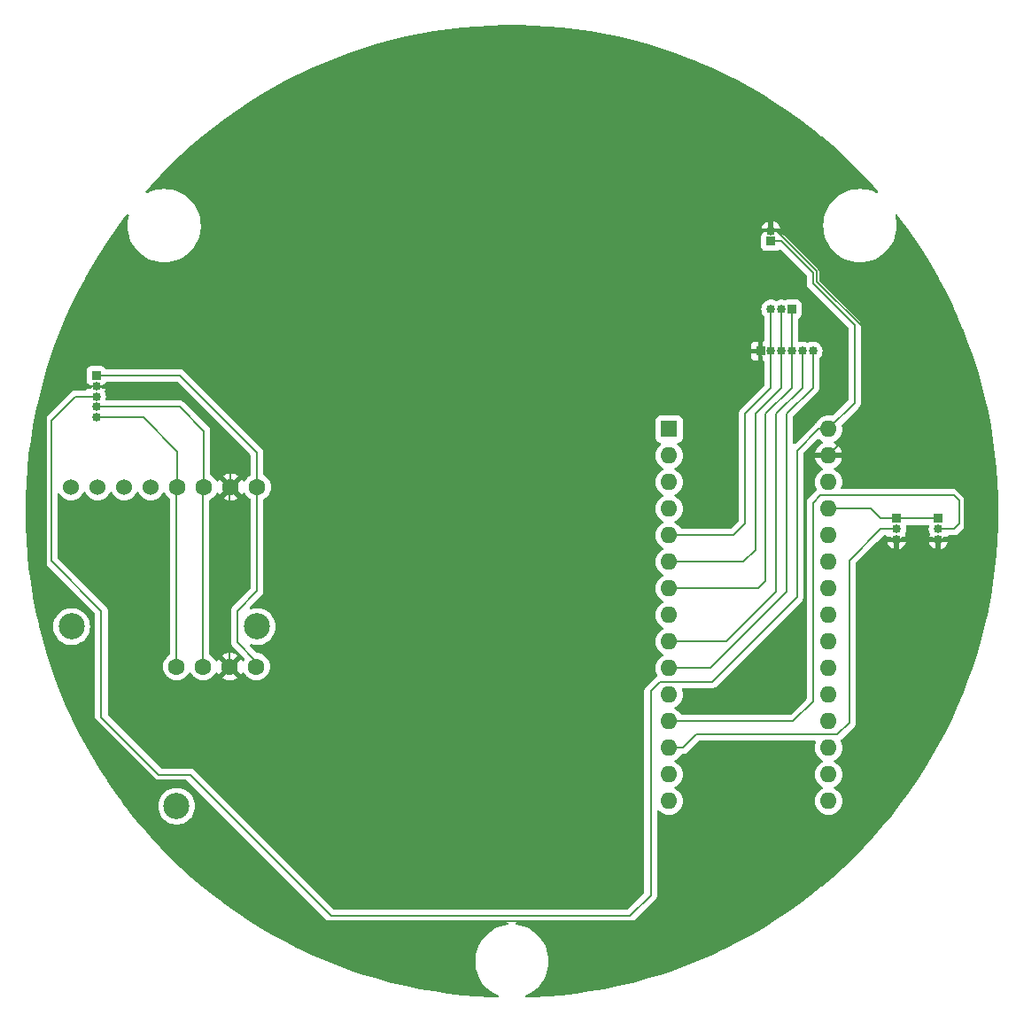
<source format=gbr>
%TF.GenerationSoftware,KiCad,Pcbnew,8.0.1*%
%TF.CreationDate,2024-06-07T18:57:59+02:00*%
%TF.ProjectId,PCB_Plaque_Haute,5043425f-506c-4617-9175-655f48617574,C.Roche*%
%TF.SameCoordinates,Original*%
%TF.FileFunction,Copper,L1,Top*%
%TF.FilePolarity,Positive*%
%FSLAX46Y46*%
G04 Gerber Fmt 4.6, Leading zero omitted, Abs format (unit mm)*
G04 Created by KiCad (PCBNEW 8.0.1) date 2024-06-07 18:57:59*
%MOMM*%
%LPD*%
G01*
G04 APERTURE LIST*
%TA.AperFunction,ComponentPad*%
%ADD10R,0.850000X0.850000*%
%TD*%
%TA.AperFunction,ComponentPad*%
%ADD11O,0.850000X0.850000*%
%TD*%
%TA.AperFunction,WasherPad*%
%ADD12C,2.500000*%
%TD*%
%TA.AperFunction,ComponentPad*%
%ADD13C,1.600000*%
%TD*%
%TA.AperFunction,ComponentPad*%
%ADD14C,1.524000*%
%TD*%
%TA.AperFunction,ComponentPad*%
%ADD15R,1.600000X1.600000*%
%TD*%
%TA.AperFunction,ComponentPad*%
%ADD16O,1.600000X1.600000*%
%TD*%
%TA.AperFunction,Conductor*%
%ADD17C,0.200000*%
%TD*%
G04 APERTURE END LIST*
D10*
%TO.P,Inter_plaques1,1,5V*%
%TO.N,Net-(BMP1-VCC)*%
X116000000Y-86330000D03*
D11*
%TO.P,Inter_plaques1,2,GND*%
%TO.N,Net-(BMP1-GND)*%
X116000000Y-87330000D03*
%TO.P,Inter_plaques1,3,Vin*%
%TO.N,Net-(Arduino_Nano1-Vin)*%
X116000000Y-88330000D03*
%TO.P,Inter_plaques1,4,A5*%
%TO.N,Net-(BMP1-SCL)*%
X116000000Y-89330000D03*
%TO.P,Inter_plaques1,5,A4*%
%TO.N,Net-(BMP1-SDA)*%
X116000000Y-90330000D03*
%TD*%
D12*
%TO.P,MPU1,*%
%TO.N,*%
X131390000Y-110330000D03*
X113660000Y-110330000D03*
D13*
%TO.P,MPU1,1,VCC*%
%TO.N,Net-(BMP1-VCC)*%
X131390000Y-96990000D03*
%TO.P,MPU1,2,GND*%
%TO.N,Net-(BMP1-GND)*%
X128850000Y-96990000D03*
%TO.P,MPU1,3,SCL*%
%TO.N,Net-(BMP1-SCL)*%
X126310000Y-96990000D03*
%TO.P,MPU1,4,SDA*%
%TO.N,Net-(BMP1-SDA)*%
X123770000Y-96990000D03*
D14*
%TO.P,MPU1,5,XDA*%
%TO.N,unconnected-(MPU1-XDA-Pad5)*%
X121230000Y-96990000D03*
%TO.P,MPU1,6,XCL*%
%TO.N,unconnected-(MPU1-XCL-Pad6)*%
X118690000Y-96990000D03*
%TO.P,MPU1,7,AD0*%
%TO.N,unconnected-(MPU1-AD0-Pad7)*%
X116150000Y-96990000D03*
%TO.P,MPU1,8,INT*%
%TO.N,unconnected-(MPU1-INT-Pad8)*%
X113610000Y-96990000D03*
%TD*%
D10*
%TO.P,Inter_in_c1,1,Jack*%
%TO.N,Net-(Arduino_Nano1-D4)*%
X182500000Y-80000000D03*
D11*
%TO.P,Inter_in_c1,2,SW_1*%
%TO.N,Net-(Arduino_Nano1-D3)*%
X181500000Y-80000000D03*
%TO.P,Inter_in_c1,3,SW_2*%
%TO.N,Net-(Arduino_Nano1-D2)*%
X180500000Y-80000000D03*
%TD*%
D10*
%TO.P,Inter_Input1,1,GND*%
%TO.N,Net-(BMP1-GND)*%
X179500000Y-84000000D03*
D11*
%TO.P,Inter_Input1,2,SW_2*%
%TO.N,Net-(Arduino_Nano1-D2)*%
X180500000Y-84000000D03*
%TO.P,Inter_Input1,3,SW_1*%
%TO.N,Net-(Arduino_Nano1-D3)*%
X181500000Y-84000000D03*
%TO.P,Inter_Input1,4,Jack*%
%TO.N,Net-(Arduino_Nano1-D4)*%
X182500000Y-84000000D03*
%TO.P,Inter_Input1,5,Led_2*%
%TO.N,Net-(Arduino_Nano1-D6)*%
X183500000Y-84000000D03*
%TO.P,Inter_Input1,6,Led_1*%
%TO.N,Net-(Arduino_Nano1-D7)*%
X184500000Y-84000000D03*
%TD*%
D10*
%TO.P,Servomoteur2,1,Vin*%
%TO.N,Net-(Arduino_Nano1-5V)*%
X196500000Y-100000000D03*
D11*
%TO.P,Servomoteur2,2,AN*%
%TO.N,Net-(Arduino_Nano1-D9)*%
X196500000Y-101000000D03*
%TO.P,Servomoteur2,3,GND*%
%TO.N,Net-(BMP1-GND)*%
X196500000Y-102000000D03*
%TD*%
D12*
%TO.P,BMP1,*%
%TO.N,*%
X123690000Y-127500000D03*
D13*
%TO.P,BMP1,1,VCC*%
%TO.N,Net-(BMP1-VCC)*%
X131310000Y-114160000D03*
%TO.P,BMP1,2,GND*%
%TO.N,Net-(BMP1-GND)*%
X128770000Y-114160000D03*
%TO.P,BMP1,3,SCL*%
%TO.N,Net-(BMP1-SCL)*%
X126230000Y-114160000D03*
%TO.P,BMP1,4,SDA*%
%TO.N,Net-(BMP1-SDA)*%
X123690000Y-114160000D03*
%TD*%
D10*
%TO.P,Servomoteur1,1,Vin*%
%TO.N,Net-(Arduino_Nano1-5V)*%
X192500000Y-100000000D03*
D11*
%TO.P,Servomoteur1,2,AN*%
%TO.N,Net-(Arduino_Nano1-D10)*%
X192500000Y-101000000D03*
%TO.P,Servomoteur1,3,GND*%
%TO.N,Net-(BMP1-GND)*%
X192500000Y-102000000D03*
%TD*%
D10*
%TO.P,Bloc_pile1,1,VDD*%
%TO.N,Net-(Arduino_Nano1-Vin)*%
X180500000Y-73500000D03*
D11*
%TO.P,Bloc_pile1,2,GND*%
%TO.N,Net-(BMP1-GND)*%
X180500000Y-72500000D03*
%TD*%
D15*
%TO.P,Arduino_Nano1,1,TxD*%
%TO.N,unconnected-(Arduino_Nano1-TxD-Pad1)*%
X170760000Y-91440000D03*
D16*
%TO.P,Arduino_Nano1,2,RxD*%
%TO.N,unconnected-(Arduino_Nano1-RxD-Pad2)*%
X170760000Y-93980000D03*
%TO.P,Arduino_Nano1,3,Reset*%
%TO.N,unconnected-(Arduino_Nano1-Reset-Pad3)*%
X170760000Y-96520000D03*
%TO.P,Arduino_Nano1,4,GND*%
%TO.N,unconnected-(Arduino_Nano1-GND-Pad4)*%
X170760000Y-99060000D03*
%TO.P,Arduino_Nano1,5,D2*%
%TO.N,Net-(Arduino_Nano1-D2)*%
X170760000Y-101600000D03*
%TO.P,Arduino_Nano1,6,D3*%
%TO.N,Net-(Arduino_Nano1-D3)*%
X170760000Y-104140000D03*
%TO.P,Arduino_Nano1,7,D4*%
%TO.N,Net-(Arduino_Nano1-D4)*%
X170760000Y-106680000D03*
%TO.P,Arduino_Nano1,8,D5*%
%TO.N,unconnected-(Arduino_Nano1-D5-Pad8)*%
X170760000Y-109220000D03*
%TO.P,Arduino_Nano1,9,D6*%
%TO.N,Net-(Arduino_Nano1-D6)*%
X170760000Y-111760000D03*
%TO.P,Arduino_Nano1,10,D7*%
%TO.N,Net-(Arduino_Nano1-D7)*%
X170760000Y-114300000D03*
%TO.P,Arduino_Nano1,11,D8*%
%TO.N,unconnected-(Arduino_Nano1-D8-Pad11)*%
X170760000Y-116840000D03*
%TO.P,Arduino_Nano1,12,D9*%
%TO.N,Net-(Arduino_Nano1-D9)*%
X170760000Y-119380000D03*
%TO.P,Arduino_Nano1,13,D10*%
%TO.N,Net-(Arduino_Nano1-D10)*%
X170760000Y-121920000D03*
%TO.P,Arduino_Nano1,14,D11*%
%TO.N,unconnected-(Arduino_Nano1-D11-Pad14)*%
X170760000Y-124460000D03*
%TO.P,Arduino_Nano1,15,D12*%
%TO.N,unconnected-(Arduino_Nano1-D12-Pad15)*%
X170760000Y-127000000D03*
%TO.P,Arduino_Nano1,16,D13*%
%TO.N,unconnected-(Arduino_Nano1-D13-Pad16)*%
X186000000Y-127000000D03*
%TO.P,Arduino_Nano1,17,3V3*%
%TO.N,unconnected-(Arduino_Nano1-3V3-Pad17)*%
X186000000Y-124460000D03*
%TO.P,Arduino_Nano1,18,Aref*%
%TO.N,unconnected-(Arduino_Nano1-Aref-Pad18)*%
X186000000Y-121920000D03*
%TO.P,Arduino_Nano1,19,A0*%
%TO.N,unconnected-(Arduino_Nano1-A0-Pad19)*%
X186000000Y-119380000D03*
%TO.P,Arduino_Nano1,20,A1*%
%TO.N,unconnected-(Arduino_Nano1-A1-Pad20)*%
X186000000Y-116840000D03*
%TO.P,Arduino_Nano1,21,A2*%
%TO.N,unconnected-(Arduino_Nano1-A2-Pad21)*%
X186000000Y-114300000D03*
%TO.P,Arduino_Nano1,22,A3*%
%TO.N,unconnected-(Arduino_Nano1-A3-Pad22)*%
X186000000Y-111760000D03*
%TO.P,Arduino_Nano1,23,A4*%
%TO.N,unconnected-(Arduino_Nano1-A4-Pad23)*%
X186000000Y-109220000D03*
%TO.P,Arduino_Nano1,24,A5*%
%TO.N,unconnected-(Arduino_Nano1-A5-Pad24)*%
X186000000Y-106680000D03*
%TO.P,Arduino_Nano1,25,A6*%
%TO.N,unconnected-(Arduino_Nano1-A6-Pad25)*%
X186000000Y-104140000D03*
%TO.P,Arduino_Nano1,26,A7*%
%TO.N,unconnected-(Arduino_Nano1-A7-Pad26)*%
X186000000Y-101600000D03*
%TO.P,Arduino_Nano1,27,5V*%
%TO.N,Net-(Arduino_Nano1-5V)*%
X186000000Y-99060000D03*
%TO.P,Arduino_Nano1,28,Reset*%
%TO.N,unconnected-(Arduino_Nano1-Reset-Pad28)*%
X186000000Y-96520000D03*
%TO.P,Arduino_Nano1,29,GND*%
%TO.N,Net-(BMP1-GND)*%
X186000000Y-93980000D03*
%TO.P,Arduino_Nano1,30,Vin*%
%TO.N,Net-(Arduino_Nano1-Vin)*%
X186000000Y-91440000D03*
%TD*%
D17*
%TO.N,Net-(Arduino_Nano1-D3)*%
X181500000Y-87500000D02*
X181500000Y-84000000D01*
X179000000Y-103000000D02*
X179000000Y-90000000D01*
X181500000Y-80000000D02*
X181500000Y-84000000D01*
X177860000Y-104140000D02*
X179000000Y-103000000D01*
X170760000Y-104140000D02*
X177860000Y-104140000D01*
X179000000Y-90000000D02*
X181500000Y-87500000D01*
%TO.N,Net-(Arduino_Nano1-Vin)*%
X111690000Y-104020000D02*
X116500000Y-108830000D01*
X169000000Y-116500000D02*
X169000000Y-128000000D01*
X116000000Y-88330000D02*
X114000000Y-88330000D01*
X138500000Y-138000000D02*
X167000000Y-138000000D01*
X186000000Y-91440000D02*
X185060000Y-91440000D01*
X183000000Y-107500000D02*
X174910000Y-115590000D01*
X125000000Y-124500000D02*
X138500000Y-138000000D01*
X188500000Y-81500000D02*
X188500000Y-88940000D01*
X116500000Y-119000000D02*
X122000000Y-124500000D01*
X180500000Y-73500000D02*
X181500000Y-73500000D01*
X185060000Y-91440000D02*
X183000000Y-93500000D01*
X122000000Y-124500000D02*
X125000000Y-124500000D01*
X183000000Y-93500000D02*
X183000000Y-107500000D01*
X169000000Y-136000000D02*
X167000000Y-138000000D01*
X111690000Y-90640000D02*
X111690000Y-104020000D01*
X116500000Y-108830000D02*
X116500000Y-119000000D01*
X174910000Y-115590000D02*
X169910000Y-115590000D01*
X184500000Y-77500000D02*
X188500000Y-81500000D01*
X169910000Y-115590000D02*
X169000000Y-116500000D01*
X184500000Y-76500000D02*
X184500000Y-77500000D01*
X169000000Y-128000000D02*
X169000000Y-136000000D01*
X114000000Y-88330000D02*
X111690000Y-90640000D01*
X181500000Y-73500000D02*
X184500000Y-76500000D01*
X188500000Y-88940000D02*
X186000000Y-91440000D01*
%TO.N,Net-(Arduino_Nano1-D6)*%
X183500000Y-84000000D02*
X183500000Y-87500000D01*
X181000000Y-90000000D02*
X181000000Y-107000000D01*
X181000000Y-107000000D02*
X176240000Y-111760000D01*
X183500000Y-87500000D02*
X181000000Y-90000000D01*
X176240000Y-111760000D02*
X170760000Y-111760000D01*
%TO.N,Net-(Arduino_Nano1-D4)*%
X182500000Y-84000000D02*
X182500000Y-87500000D01*
X180000000Y-106000000D02*
X179320000Y-106680000D01*
X182500000Y-87500000D02*
X180000000Y-90000000D01*
X182500000Y-80000000D02*
X182500000Y-84000000D01*
X179320000Y-106680000D02*
X170760000Y-106680000D01*
X180000000Y-90000000D02*
X180000000Y-106000000D01*
%TO.N,Net-(BMP1-GND)*%
X128770000Y-114160000D02*
X128770000Y-97070000D01*
X189000000Y-130080000D02*
X189000000Y-104500000D01*
X198000000Y-102000000D02*
X196500000Y-102000000D01*
X138000000Y-138500000D02*
X179000000Y-138500000D01*
X115500000Y-108830000D02*
X115500000Y-118830000D01*
X181065685Y-72500000D02*
X184900000Y-76334315D01*
X199000000Y-101000000D02*
X198000000Y-102000000D01*
X199000000Y-98000000D02*
X199000000Y-101000000D01*
X192980000Y-93980000D02*
X194980000Y-93980000D01*
X180500000Y-72500000D02*
X179500000Y-72500000D01*
X184900000Y-77334314D02*
X189490000Y-81924314D01*
X189490000Y-90490000D02*
X188990000Y-90990000D01*
X111190000Y-104520000D02*
X115500000Y-108830000D01*
X180500000Y-72500000D02*
X181065685Y-72500000D01*
X128770000Y-97070000D02*
X128850000Y-96990000D01*
X111190000Y-90140000D02*
X111190000Y-104520000D01*
X114000000Y-87330000D02*
X111190000Y-90140000D01*
X124500000Y-125000000D02*
X138000000Y-138500000D01*
X123500000Y-87330000D02*
X128850000Y-92680000D01*
X115500000Y-118830000D02*
X121670000Y-125000000D01*
X185500000Y-132000000D02*
X187080000Y-132000000D01*
X128850000Y-92680000D02*
X128850000Y-96990000D01*
X192500000Y-102000000D02*
X196500000Y-102000000D01*
X189000000Y-104500000D02*
X191500000Y-102000000D01*
X184900000Y-76334315D02*
X184900000Y-77334314D01*
X189490000Y-90490000D02*
X192980000Y-93980000D01*
X179000000Y-138500000D02*
X185500000Y-132000000D01*
X194980000Y-93980000D02*
X199000000Y-98000000D01*
X116000000Y-87330000D02*
X123500000Y-87330000D01*
X178500000Y-81000000D02*
X179500000Y-82000000D01*
X121670000Y-125000000D02*
X124500000Y-125000000D01*
X178500000Y-73500000D02*
X178500000Y-81000000D01*
X189490000Y-81924314D02*
X189490000Y-90490000D01*
X179500000Y-82000000D02*
X179500000Y-84000000D01*
X187080000Y-132000000D02*
X189000000Y-130080000D01*
X116000000Y-87330000D02*
X114000000Y-87330000D01*
X179500000Y-72500000D02*
X178500000Y-73500000D01*
X191500000Y-102000000D02*
X192500000Y-102000000D01*
X188990000Y-90990000D02*
X186000000Y-93980000D01*
%TO.N,Net-(Arduino_Nano1-D10)*%
X172080000Y-121920000D02*
X170760000Y-121920000D01*
X191000000Y-101000000D02*
X192500000Y-101000000D01*
X173350000Y-120650000D02*
X172080000Y-121920000D01*
X188000000Y-104000000D02*
X188000000Y-119500000D01*
X188000000Y-119500000D02*
X186850000Y-120650000D01*
X186850000Y-120650000D02*
X173350000Y-120650000D01*
X191000000Y-101000000D02*
X188000000Y-104000000D01*
%TO.N,Net-(Arduino_Nano1-D2)*%
X180500000Y-87500000D02*
X178000000Y-90000000D01*
X180500000Y-80000000D02*
X180500000Y-84000000D01*
X178000000Y-90000000D02*
X178000000Y-100500000D01*
X180500000Y-84000000D02*
X180500000Y-87500000D01*
X176900000Y-101600000D02*
X170760000Y-101600000D01*
X178000000Y-100500000D02*
X176900000Y-101600000D01*
%TO.N,Net-(Arduino_Nano1-D7)*%
X184500000Y-84000000D02*
X184500000Y-87500000D01*
X174700000Y-114300000D02*
X182000000Y-107000000D01*
X170760000Y-114300000D02*
X174700000Y-114300000D01*
X182000000Y-90000000D02*
X184500000Y-87500000D01*
X182000000Y-107000000D02*
X182000000Y-90000000D01*
%TO.N,Net-(Arduino_Nano1-D9)*%
X185200000Y-97800000D02*
X198000000Y-97800000D01*
X182620000Y-119380000D02*
X184500000Y-117500000D01*
X184500000Y-117500000D02*
X184500000Y-98500000D01*
X198500000Y-100500000D02*
X198000000Y-101000000D01*
X170760000Y-119380000D02*
X182620000Y-119380000D01*
X198000000Y-101000000D02*
X196500000Y-101000000D01*
X198000000Y-97800000D02*
X198500000Y-98300000D01*
X184500000Y-98500000D02*
X185200000Y-97800000D01*
X198500000Y-98300000D02*
X198500000Y-100500000D01*
%TO.N,Net-(Arduino_Nano1-5V)*%
X192500000Y-100000000D02*
X196500000Y-100000000D01*
X186000000Y-99060000D02*
X190060000Y-99060000D01*
X190060000Y-99060000D02*
X191000000Y-100000000D01*
X191000000Y-100000000D02*
X192500000Y-100000000D01*
%TO.N,Net-(BMP1-VCC)*%
X131390000Y-106940000D02*
X129500000Y-108830000D01*
X131390000Y-93720000D02*
X124000000Y-86330000D01*
X131310000Y-113640000D02*
X131310000Y-114160000D01*
X129500000Y-108830000D02*
X129500000Y-111830000D01*
X129500000Y-111830000D02*
X131310000Y-113640000D01*
X131390000Y-96990000D02*
X131390000Y-93720000D01*
X124000000Y-86330000D02*
X116000000Y-86330000D01*
X131390000Y-96990000D02*
X131390000Y-106940000D01*
%TO.N,Net-(BMP1-SCL)*%
X126310000Y-91640000D02*
X124000000Y-89330000D01*
X126230000Y-114160000D02*
X126230000Y-97070000D01*
X124000000Y-89330000D02*
X116000000Y-89330000D01*
X126310000Y-96990000D02*
X126310000Y-91640000D01*
X126230000Y-97070000D02*
X126310000Y-96990000D01*
%TO.N,Net-(BMP1-SDA)*%
X123770000Y-97100000D02*
X123690000Y-97180000D01*
X120500000Y-90330000D02*
X123770000Y-93600000D01*
X116000000Y-90330000D02*
X120500000Y-90330000D01*
X123690000Y-97180000D02*
X123690000Y-114160000D01*
X123770000Y-96990000D02*
X123770000Y-97100000D01*
X123770000Y-93600000D02*
X123770000Y-96990000D01*
%TD*%
%TA.AperFunction,Conductor*%
%TO.N,Net-(BMP1-GND)*%
G36*
X156424408Y-52825563D02*
G01*
X157785444Y-52865535D01*
X157789048Y-52865695D01*
X159148268Y-52945602D01*
X159151883Y-52945868D01*
X160508203Y-53065645D01*
X160511749Y-53066011D01*
X161864007Y-53225557D01*
X161867604Y-53226036D01*
X163214524Y-53425201D01*
X163218075Y-53425779D01*
X164108238Y-53584237D01*
X164558623Y-53664410D01*
X164562197Y-53665101D01*
X164949347Y-53745809D01*
X165895110Y-53942971D01*
X165898609Y-53943754D01*
X167222851Y-54260648D01*
X167226330Y-54261535D01*
X168540689Y-54617165D01*
X168544107Y-54618144D01*
X169847469Y-55012209D01*
X169850938Y-55013314D01*
X171142099Y-55445447D01*
X171145535Y-55446653D01*
X172423460Y-55916507D01*
X172426823Y-55917800D01*
X173381896Y-56301139D01*
X173690463Y-56424990D01*
X173693821Y-56426396D01*
X174941999Y-56970451D01*
X174945187Y-56971896D01*
X176176949Y-57552402D01*
X176180189Y-57553988D01*
X177394275Y-58170353D01*
X177397445Y-58172021D01*
X177832465Y-58409183D01*
X178592937Y-58823774D01*
X178596108Y-58825564D01*
X179771898Y-59512100D01*
X179775014Y-59513981D01*
X180930158Y-60234748D01*
X180933218Y-60236720D01*
X182066760Y-60991122D01*
X182069695Y-60993139D01*
X183180557Y-61780463D01*
X183183496Y-61782611D01*
X184270796Y-62602229D01*
X184273612Y-62604417D01*
X184985236Y-63174364D01*
X185336388Y-63455605D01*
X185339196Y-63457923D01*
X186376470Y-64339895D01*
X186379208Y-64342293D01*
X187390159Y-65254352D01*
X187392826Y-65256830D01*
X188376581Y-66198185D01*
X188379174Y-66200741D01*
X189334835Y-67170535D01*
X189337352Y-67173165D01*
X190264148Y-68170615D01*
X190266587Y-68173318D01*
X190701503Y-68669857D01*
X190730867Y-68733257D01*
X190721293Y-68802468D01*
X190675820Y-68855515D01*
X190608887Y-68875557D01*
X190551930Y-68862044D01*
X190425739Y-68797746D01*
X190083206Y-68666260D01*
X190083199Y-68666258D01*
X189728794Y-68571295D01*
X189728790Y-68571294D01*
X189728789Y-68571294D01*
X189366405Y-68513898D01*
X189000001Y-68494696D01*
X188999999Y-68494696D01*
X188633594Y-68513898D01*
X188271211Y-68571294D01*
X188271209Y-68571294D01*
X187916793Y-68666260D01*
X187574260Y-68797746D01*
X187247343Y-68964320D01*
X186939635Y-69164147D01*
X186654498Y-69395047D01*
X186654490Y-69395054D01*
X186395054Y-69654490D01*
X186395047Y-69654498D01*
X186164147Y-69939635D01*
X185964320Y-70247343D01*
X185797746Y-70574260D01*
X185666260Y-70916793D01*
X185571294Y-71271209D01*
X185571294Y-71271211D01*
X185513898Y-71633594D01*
X185494696Y-71999999D01*
X185494696Y-72000000D01*
X185513898Y-72366405D01*
X185557487Y-72641614D01*
X185571295Y-72728794D01*
X185651233Y-73027127D01*
X185666260Y-73083206D01*
X185797746Y-73425739D01*
X185964320Y-73752656D01*
X186164147Y-74060364D01*
X186324170Y-74257975D01*
X186395051Y-74345506D01*
X186654494Y-74604949D01*
X186654498Y-74604952D01*
X186939635Y-74835852D01*
X187247343Y-75035679D01*
X187247348Y-75035682D01*
X187574264Y-75202255D01*
X187916801Y-75333742D01*
X188271206Y-75428705D01*
X188633596Y-75486102D01*
X188979734Y-75504241D01*
X188999999Y-75505304D01*
X189000000Y-75505304D01*
X189000001Y-75505304D01*
X189019203Y-75504297D01*
X189366404Y-75486102D01*
X189728794Y-75428705D01*
X190083199Y-75333742D01*
X190425736Y-75202255D01*
X190752652Y-75035682D01*
X191060366Y-74835851D01*
X191345506Y-74604949D01*
X191604949Y-74345506D01*
X191835851Y-74060366D01*
X192035682Y-73752652D01*
X192202255Y-73425736D01*
X192333742Y-73083199D01*
X192428705Y-72728794D01*
X192486102Y-72366404D01*
X192505304Y-72000000D01*
X192486102Y-71633596D01*
X192428705Y-71271206D01*
X192378412Y-71083511D01*
X192380075Y-71013665D01*
X192419237Y-70955802D01*
X192483465Y-70928298D01*
X192552368Y-70939884D01*
X192596099Y-70975334D01*
X192870458Y-71328392D01*
X192872650Y-71331299D01*
X193676211Y-72430506D01*
X193678316Y-72433477D01*
X194449224Y-73555743D01*
X194451241Y-73558773D01*
X195125554Y-74604952D01*
X195188901Y-74703232D01*
X195190818Y-74706305D01*
X195269032Y-74835852D01*
X195894550Y-75871906D01*
X195896386Y-75875050D01*
X196565605Y-77060824D01*
X196567347Y-77064020D01*
X197201462Y-78268914D01*
X197203110Y-78272161D01*
X197801570Y-79495135D01*
X197803122Y-79498428D01*
X198118304Y-80193483D01*
X198344167Y-80691569D01*
X198365425Y-80738447D01*
X198366875Y-80741774D01*
X198798773Y-81773739D01*
X198892551Y-81997808D01*
X198893907Y-82001187D01*
X199382460Y-83272052D01*
X199383717Y-83275469D01*
X199834772Y-84560188D01*
X199835927Y-84563640D01*
X200249057Y-85860995D01*
X200250111Y-85864480D01*
X200624993Y-87173460D01*
X200625943Y-87176974D01*
X200962216Y-88496314D01*
X200963064Y-88499855D01*
X201260475Y-89828562D01*
X201261218Y-89832126D01*
X201519490Y-91168974D01*
X201520128Y-91172558D01*
X201739047Y-92516427D01*
X201739579Y-92520028D01*
X201918947Y-93869700D01*
X201919374Y-93873316D01*
X202059049Y-95227719D01*
X202059369Y-95231345D01*
X202159218Y-96589228D01*
X202159432Y-96592863D01*
X202219378Y-97953116D01*
X202219485Y-97956755D01*
X202239473Y-99318180D01*
X202239473Y-99321820D01*
X202219485Y-100683244D01*
X202219378Y-100686883D01*
X202159432Y-102047136D01*
X202159218Y-102050771D01*
X202059369Y-103408654D01*
X202059049Y-103412280D01*
X201919374Y-104766683D01*
X201918947Y-104770299D01*
X201739579Y-106119971D01*
X201739047Y-106123572D01*
X201520128Y-107467441D01*
X201519490Y-107471025D01*
X201261218Y-108807873D01*
X201260475Y-108811437D01*
X200963064Y-110140144D01*
X200962216Y-110143685D01*
X200625943Y-111463025D01*
X200624993Y-111466539D01*
X200250111Y-112775519D01*
X200249057Y-112779004D01*
X199835927Y-114076359D01*
X199834772Y-114079811D01*
X199383717Y-115364530D01*
X199382460Y-115367947D01*
X198893907Y-116638812D01*
X198892551Y-116642191D01*
X198366880Y-117898215D01*
X198365425Y-117901552D01*
X197803122Y-119141571D01*
X197801570Y-119144864D01*
X197203110Y-120367838D01*
X197201462Y-120371085D01*
X196567347Y-121575979D01*
X196565605Y-121579175D01*
X195896386Y-122764949D01*
X195894550Y-122768093D01*
X195190828Y-123933678D01*
X195188901Y-123936767D01*
X194451241Y-125081226D01*
X194449224Y-125084256D01*
X193678316Y-126206522D01*
X193676211Y-126209493D01*
X192872650Y-127308700D01*
X192870458Y-127311607D01*
X192034997Y-128386718D01*
X192032721Y-128389559D01*
X191166080Y-129439657D01*
X191163722Y-129442431D01*
X190266587Y-130466681D01*
X190264148Y-130469384D01*
X189337352Y-131466834D01*
X189334835Y-131469464D01*
X188379174Y-132439258D01*
X188376581Y-132441814D01*
X187392826Y-133383169D01*
X187390159Y-133385647D01*
X186379208Y-134297706D01*
X186376470Y-134300104D01*
X185339196Y-135182076D01*
X185336388Y-135184394D01*
X184273641Y-136035559D01*
X184270766Y-136037793D01*
X183183496Y-136857388D01*
X183180557Y-136859536D01*
X182069728Y-137646837D01*
X182066727Y-137648899D01*
X180933218Y-138403279D01*
X180930158Y-138405251D01*
X179775014Y-139126018D01*
X179771898Y-139127899D01*
X178596108Y-139814435D01*
X178592937Y-139816225D01*
X177397470Y-140467965D01*
X177394249Y-140469660D01*
X176180192Y-141086009D01*
X176176922Y-141087610D01*
X175860375Y-141236793D01*
X174945243Y-141668077D01*
X174941948Y-141669571D01*
X173693821Y-142213603D01*
X173690463Y-142215009D01*
X172426841Y-142722192D01*
X172423442Y-142723498D01*
X171145534Y-143193346D01*
X171142099Y-143194552D01*
X169850938Y-143626685D01*
X169847469Y-143627790D01*
X168544156Y-144021841D01*
X168540656Y-144022843D01*
X167226345Y-144378460D01*
X167222818Y-144379359D01*
X165898636Y-144696239D01*
X165895083Y-144697034D01*
X164562197Y-144974898D01*
X164558623Y-144975589D01*
X163218097Y-145214216D01*
X163214503Y-145214801D01*
X161867610Y-145413962D01*
X161864001Y-145414442D01*
X160511786Y-145573984D01*
X160508165Y-145574357D01*
X159151891Y-145694130D01*
X159148260Y-145694397D01*
X157789064Y-145774303D01*
X157785427Y-145774464D01*
X157131198Y-145793678D01*
X157063610Y-145775970D01*
X157016324Y-145724531D01*
X157004355Y-145655695D01*
X157031502Y-145591314D01*
X157083118Y-145553968D01*
X157165736Y-145522255D01*
X157492652Y-145355682D01*
X157800366Y-145155851D01*
X158085506Y-144924949D01*
X158344949Y-144665506D01*
X158575851Y-144380366D01*
X158775682Y-144072652D01*
X158942255Y-143745736D01*
X159073742Y-143403199D01*
X159168705Y-143048794D01*
X159226102Y-142686404D01*
X159245304Y-142320000D01*
X159226102Y-141953596D01*
X159168705Y-141591206D01*
X159073742Y-141236801D01*
X158942255Y-140894264D01*
X158775682Y-140567348D01*
X158575851Y-140259634D01*
X158552515Y-140230817D01*
X158344952Y-139974498D01*
X158344949Y-139974494D01*
X158085506Y-139715051D01*
X157800366Y-139484149D01*
X157800364Y-139484147D01*
X157492656Y-139284320D01*
X157165739Y-139117746D01*
X156823206Y-138986260D01*
X156823199Y-138986258D01*
X156468794Y-138891295D01*
X156468790Y-138891294D01*
X156468789Y-138891294D01*
X156188956Y-138846973D01*
X156125821Y-138817044D01*
X156088890Y-138757732D01*
X156089888Y-138687870D01*
X156128498Y-138629637D01*
X156192461Y-138601523D01*
X156208354Y-138600500D01*
X166913331Y-138600500D01*
X166913347Y-138600501D01*
X166920943Y-138600501D01*
X167079054Y-138600501D01*
X167079057Y-138600501D01*
X167231785Y-138559577D01*
X167281904Y-138530639D01*
X167368716Y-138480520D01*
X167480520Y-138368716D01*
X167480520Y-138368714D01*
X167490728Y-138358507D01*
X167490730Y-138358504D01*
X169368713Y-136480521D01*
X169368716Y-136480520D01*
X169480520Y-136368716D01*
X169530639Y-136281904D01*
X169559577Y-136231785D01*
X169600500Y-136079057D01*
X169600500Y-135920943D01*
X169600500Y-127979049D01*
X169620185Y-127912010D01*
X169672989Y-127866255D01*
X169742147Y-127856311D01*
X169805703Y-127885336D01*
X169812181Y-127891368D01*
X169920858Y-128000045D01*
X169920861Y-128000047D01*
X170107266Y-128130568D01*
X170313504Y-128226739D01*
X170533308Y-128285635D01*
X170695230Y-128299801D01*
X170759998Y-128305468D01*
X170760000Y-128305468D01*
X170760002Y-128305468D01*
X170816673Y-128300509D01*
X170986692Y-128285635D01*
X171206496Y-128226739D01*
X171412734Y-128130568D01*
X171599139Y-128000047D01*
X171760047Y-127839139D01*
X171890568Y-127652734D01*
X171986739Y-127446496D01*
X172045635Y-127226692D01*
X172065468Y-127000000D01*
X172063945Y-126982597D01*
X172045635Y-126773313D01*
X172045635Y-126773308D01*
X171986739Y-126553504D01*
X171890568Y-126347266D01*
X171760047Y-126160861D01*
X171760045Y-126160858D01*
X171599141Y-125999954D01*
X171412734Y-125869432D01*
X171412728Y-125869429D01*
X171354725Y-125842382D01*
X171302285Y-125796210D01*
X171283133Y-125729017D01*
X171303348Y-125662135D01*
X171354725Y-125617618D01*
X171412734Y-125590568D01*
X171599139Y-125460047D01*
X171760047Y-125299139D01*
X171890568Y-125112734D01*
X171986739Y-124906496D01*
X172045635Y-124686692D01*
X172065468Y-124460000D01*
X172045635Y-124233308D01*
X171986739Y-124013504D01*
X171890568Y-123807266D01*
X171760047Y-123620861D01*
X171760045Y-123620858D01*
X171599141Y-123459954D01*
X171412734Y-123329432D01*
X171412728Y-123329429D01*
X171354725Y-123302382D01*
X171302285Y-123256210D01*
X171283133Y-123189017D01*
X171303348Y-123122135D01*
X171354725Y-123077618D01*
X171412734Y-123050568D01*
X171599139Y-122920047D01*
X171760047Y-122759139D01*
X171890118Y-122573375D01*
X171944693Y-122529752D01*
X171991692Y-122520500D01*
X171993331Y-122520500D01*
X171993347Y-122520501D01*
X172000943Y-122520501D01*
X172159054Y-122520501D01*
X172159057Y-122520501D01*
X172311785Y-122479577D01*
X172361904Y-122450639D01*
X172448716Y-122400520D01*
X172560520Y-122288716D01*
X172560520Y-122288714D01*
X172570728Y-122278507D01*
X172570729Y-122278504D01*
X173562416Y-121286819D01*
X173623739Y-121253334D01*
X173650097Y-121250500D01*
X184682609Y-121250500D01*
X184749648Y-121270185D01*
X184795403Y-121322989D01*
X184805347Y-121392147D01*
X184794991Y-121426905D01*
X184773261Y-121473502D01*
X184773258Y-121473511D01*
X184714366Y-121693302D01*
X184714364Y-121693313D01*
X184694532Y-121919998D01*
X184694532Y-121920001D01*
X184714364Y-122146686D01*
X184714366Y-122146697D01*
X184773258Y-122366488D01*
X184773261Y-122366497D01*
X184869431Y-122572732D01*
X184869432Y-122572734D01*
X184999954Y-122759141D01*
X185160858Y-122920045D01*
X185160861Y-122920047D01*
X185347266Y-123050568D01*
X185405275Y-123077618D01*
X185457714Y-123123791D01*
X185476866Y-123190984D01*
X185456650Y-123257865D01*
X185405275Y-123302382D01*
X185347267Y-123329431D01*
X185347265Y-123329432D01*
X185160858Y-123459954D01*
X184999954Y-123620858D01*
X184869432Y-123807265D01*
X184869431Y-123807267D01*
X184773261Y-124013502D01*
X184773258Y-124013511D01*
X184714366Y-124233302D01*
X184714364Y-124233313D01*
X184694532Y-124459998D01*
X184694532Y-124460001D01*
X184714364Y-124686686D01*
X184714366Y-124686697D01*
X184773258Y-124906488D01*
X184773261Y-124906497D01*
X184869431Y-125112732D01*
X184869432Y-125112734D01*
X184999954Y-125299141D01*
X185160858Y-125460045D01*
X185160861Y-125460047D01*
X185347266Y-125590568D01*
X185405275Y-125617618D01*
X185457714Y-125663791D01*
X185476866Y-125730984D01*
X185456650Y-125797865D01*
X185405275Y-125842382D01*
X185347267Y-125869431D01*
X185347265Y-125869432D01*
X185160858Y-125999954D01*
X184999954Y-126160858D01*
X184869432Y-126347265D01*
X184869431Y-126347267D01*
X184773261Y-126553502D01*
X184773258Y-126553511D01*
X184714366Y-126773302D01*
X184714364Y-126773313D01*
X184694532Y-126999998D01*
X184694532Y-127000001D01*
X184714364Y-127226686D01*
X184714366Y-127226697D01*
X184773258Y-127446488D01*
X184773261Y-127446497D01*
X184869431Y-127652732D01*
X184869432Y-127652734D01*
X184999954Y-127839141D01*
X185160858Y-128000045D01*
X185160861Y-128000047D01*
X185347266Y-128130568D01*
X185553504Y-128226739D01*
X185773308Y-128285635D01*
X185935230Y-128299801D01*
X185999998Y-128305468D01*
X186000000Y-128305468D01*
X186000002Y-128305468D01*
X186056673Y-128300509D01*
X186226692Y-128285635D01*
X186446496Y-128226739D01*
X186652734Y-128130568D01*
X186839139Y-128000047D01*
X187000047Y-127839139D01*
X187130568Y-127652734D01*
X187226739Y-127446496D01*
X187285635Y-127226692D01*
X187305468Y-127000000D01*
X187303945Y-126982597D01*
X187285635Y-126773313D01*
X187285635Y-126773308D01*
X187226739Y-126553504D01*
X187130568Y-126347266D01*
X187000047Y-126160861D01*
X187000045Y-126160858D01*
X186839141Y-125999954D01*
X186652734Y-125869432D01*
X186652728Y-125869429D01*
X186594725Y-125842382D01*
X186542285Y-125796210D01*
X186523133Y-125729017D01*
X186543348Y-125662135D01*
X186594725Y-125617618D01*
X186652734Y-125590568D01*
X186839139Y-125460047D01*
X187000047Y-125299139D01*
X187130568Y-125112734D01*
X187226739Y-124906496D01*
X187285635Y-124686692D01*
X187305468Y-124460000D01*
X187285635Y-124233308D01*
X187226739Y-124013504D01*
X187130568Y-123807266D01*
X187000047Y-123620861D01*
X187000045Y-123620858D01*
X186839141Y-123459954D01*
X186652734Y-123329432D01*
X186652728Y-123329429D01*
X186594725Y-123302382D01*
X186542285Y-123256210D01*
X186523133Y-123189017D01*
X186543348Y-123122135D01*
X186594725Y-123077618D01*
X186652734Y-123050568D01*
X186839139Y-122920047D01*
X187000047Y-122759139D01*
X187130568Y-122572734D01*
X187226739Y-122366496D01*
X187285635Y-122146692D01*
X187305468Y-121920000D01*
X187285635Y-121693308D01*
X187226739Y-121473504D01*
X187147044Y-121302600D01*
X187136553Y-121233525D01*
X187165072Y-121169741D01*
X187197426Y-121142811D01*
X187218716Y-121130520D01*
X187330520Y-121018716D01*
X187330520Y-121018714D01*
X187340728Y-121008507D01*
X187340729Y-121008504D01*
X188480520Y-119868716D01*
X188559577Y-119731784D01*
X188600501Y-119579057D01*
X188600501Y-119420942D01*
X188600501Y-119413347D01*
X188600500Y-119413329D01*
X188600500Y-104300097D01*
X188620185Y-104233058D01*
X188636819Y-104212416D01*
X190599236Y-102250000D01*
X191608628Y-102250000D01*
X191650316Y-102378306D01*
X191650317Y-102378307D01*
X191747536Y-102546694D01*
X191747535Y-102546694D01*
X191877639Y-102691190D01*
X191877642Y-102691192D01*
X192034950Y-102805484D01*
X192212587Y-102884573D01*
X192249999Y-102892524D01*
X192250000Y-102892524D01*
X192250000Y-102250000D01*
X191608628Y-102250000D01*
X190599236Y-102250000D01*
X191212417Y-101636819D01*
X191273740Y-101603334D01*
X191300098Y-101600500D01*
X191486532Y-101600500D01*
X191553571Y-101620185D01*
X191599326Y-101672989D01*
X191609270Y-101742147D01*
X191607730Y-101748764D01*
X191608628Y-101750000D01*
X191917441Y-101750000D01*
X191984480Y-101769685D01*
X191990327Y-101773682D01*
X192034702Y-101805923D01*
X192102926Y-101836297D01*
X192212429Y-101885051D01*
X192271788Y-101897668D01*
X192250000Y-101950272D01*
X192250000Y-102049728D01*
X192288060Y-102141614D01*
X192358386Y-102211940D01*
X192450272Y-102250000D01*
X192549728Y-102250000D01*
X192750000Y-102250000D01*
X192750000Y-102892524D01*
X192787412Y-102884573D01*
X192965049Y-102805484D01*
X193122357Y-102691192D01*
X193122360Y-102691190D01*
X193252463Y-102546694D01*
X193349682Y-102378307D01*
X193349683Y-102378306D01*
X193391372Y-102250000D01*
X195608628Y-102250000D01*
X195650316Y-102378306D01*
X195650317Y-102378307D01*
X195747536Y-102546694D01*
X195747535Y-102546694D01*
X195877639Y-102691190D01*
X195877642Y-102691192D01*
X196034950Y-102805484D01*
X196212587Y-102884573D01*
X196249999Y-102892524D01*
X196250000Y-102892524D01*
X196250000Y-102250000D01*
X195608628Y-102250000D01*
X193391372Y-102250000D01*
X192750000Y-102250000D01*
X192549728Y-102250000D01*
X192641614Y-102211940D01*
X192711940Y-102141614D01*
X192750000Y-102049728D01*
X192750000Y-101950272D01*
X192728211Y-101897668D01*
X192787571Y-101885051D01*
X192965299Y-101805922D01*
X193009673Y-101773681D01*
X193075480Y-101750202D01*
X193082559Y-101750000D01*
X193391372Y-101750000D01*
X193391371Y-101749999D01*
X193349684Y-101621697D01*
X193315507Y-101562500D01*
X193299034Y-101494600D01*
X193315506Y-101438502D01*
X193350144Y-101378508D01*
X193410262Y-101193482D01*
X193430598Y-101000000D01*
X193410262Y-100806518D01*
X193396063Y-100762817D01*
X193394068Y-100692976D01*
X193430149Y-100633144D01*
X193492850Y-100602316D01*
X193513994Y-100600500D01*
X195486006Y-100600500D01*
X195553045Y-100620185D01*
X195598800Y-100672989D01*
X195608744Y-100742147D01*
X195603937Y-100762817D01*
X195589740Y-100806511D01*
X195589738Y-100806516D01*
X195569402Y-101000000D01*
X195589738Y-101193483D01*
X195649856Y-101378510D01*
X195649857Y-101378511D01*
X195684492Y-101438500D01*
X195700965Y-101506400D01*
X195684492Y-101562500D01*
X195650317Y-101621692D01*
X195650316Y-101621693D01*
X195608628Y-101749999D01*
X195608628Y-101750000D01*
X195917441Y-101750000D01*
X195984480Y-101769685D01*
X195990327Y-101773682D01*
X196034702Y-101805923D01*
X196102926Y-101836297D01*
X196212429Y-101885051D01*
X196271788Y-101897668D01*
X196250000Y-101950272D01*
X196250000Y-102049728D01*
X196288060Y-102141614D01*
X196358386Y-102211940D01*
X196450272Y-102250000D01*
X196549728Y-102250000D01*
X196750000Y-102250000D01*
X196750000Y-102892524D01*
X196787412Y-102884573D01*
X196965049Y-102805484D01*
X197122357Y-102691192D01*
X197122360Y-102691190D01*
X197252463Y-102546694D01*
X197349682Y-102378307D01*
X197349683Y-102378306D01*
X197391372Y-102250000D01*
X196750000Y-102250000D01*
X196549728Y-102250000D01*
X196641614Y-102211940D01*
X196711940Y-102141614D01*
X196750000Y-102049728D01*
X196750000Y-101950272D01*
X196728211Y-101897668D01*
X196787571Y-101885051D01*
X196965299Y-101805922D01*
X197009673Y-101773681D01*
X197075480Y-101750202D01*
X197082559Y-101750000D01*
X197391372Y-101750000D01*
X197395027Y-101744968D01*
X197393542Y-101692976D01*
X197429623Y-101633144D01*
X197492324Y-101602316D01*
X197513468Y-101600500D01*
X197913331Y-101600500D01*
X197913347Y-101600501D01*
X197920943Y-101600501D01*
X198079054Y-101600501D01*
X198079057Y-101600501D01*
X198231785Y-101559577D01*
X198281904Y-101530639D01*
X198368716Y-101480520D01*
X198480520Y-101368716D01*
X198480521Y-101368714D01*
X198980520Y-100868716D01*
X199059577Y-100731784D01*
X199100501Y-100579057D01*
X199100501Y-100420942D01*
X199100501Y-100413347D01*
X199100500Y-100413329D01*
X199100500Y-98389060D01*
X199100501Y-98389047D01*
X199100501Y-98220944D01*
X199100478Y-98220858D01*
X199059577Y-98068216D01*
X199031440Y-98019480D01*
X198980524Y-97931290D01*
X198980518Y-97931282D01*
X198368717Y-97319481D01*
X198368716Y-97319480D01*
X198281904Y-97269360D01*
X198281904Y-97269359D01*
X198281900Y-97269358D01*
X198231785Y-97240423D01*
X198079057Y-97199499D01*
X197920943Y-97199499D01*
X197913347Y-97199499D01*
X197913331Y-97199500D01*
X187312728Y-97199500D01*
X187245689Y-97179815D01*
X187199934Y-97127011D01*
X187189990Y-97057853D01*
X187200346Y-97023095D01*
X187215778Y-96990001D01*
X187226739Y-96966496D01*
X187285635Y-96746692D01*
X187304019Y-96536564D01*
X187305468Y-96520001D01*
X187305468Y-96519998D01*
X187294608Y-96395866D01*
X187285635Y-96293308D01*
X187226739Y-96073504D01*
X187130568Y-95867266D01*
X187000047Y-95680861D01*
X187000045Y-95680858D01*
X186839141Y-95519954D01*
X186652734Y-95389432D01*
X186652732Y-95389431D01*
X186594725Y-95362382D01*
X186594132Y-95362105D01*
X186541694Y-95315934D01*
X186522542Y-95248740D01*
X186542758Y-95181859D01*
X186594134Y-95137341D01*
X186652484Y-95110132D01*
X186838820Y-94979657D01*
X186999657Y-94818820D01*
X187130134Y-94632482D01*
X187226265Y-94426326D01*
X187226269Y-94426317D01*
X187278872Y-94230000D01*
X186433012Y-94230000D01*
X186465925Y-94172993D01*
X186500000Y-94045826D01*
X186500000Y-93914174D01*
X186465925Y-93787007D01*
X186433012Y-93730000D01*
X187278872Y-93730000D01*
X187278872Y-93729999D01*
X187226269Y-93533682D01*
X187226265Y-93533673D01*
X187130134Y-93327517D01*
X186999657Y-93141179D01*
X186838820Y-92980342D01*
X186652482Y-92849865D01*
X186594133Y-92822657D01*
X186541694Y-92776484D01*
X186522542Y-92709291D01*
X186542758Y-92642410D01*
X186594129Y-92597895D01*
X186652734Y-92570568D01*
X186839139Y-92440047D01*
X187000047Y-92279139D01*
X187130568Y-92092734D01*
X187226739Y-91886496D01*
X187285635Y-91666692D01*
X187305468Y-91440000D01*
X187302687Y-91408216D01*
X187285635Y-91213313D01*
X187285635Y-91213308D01*
X187259847Y-91117066D01*
X187261510Y-91047217D01*
X187291939Y-90997294D01*
X188858506Y-89430728D01*
X188858511Y-89430724D01*
X188868714Y-89420520D01*
X188868716Y-89420520D01*
X188980520Y-89308716D01*
X189034597Y-89215051D01*
X189059577Y-89171785D01*
X189100501Y-89019057D01*
X189100501Y-88860943D01*
X189100501Y-88853348D01*
X189100500Y-88853330D01*
X189100500Y-81420945D01*
X189100500Y-81420943D01*
X189059577Y-81268216D01*
X189059577Y-81268215D01*
X189059577Y-81268214D01*
X189030639Y-81218095D01*
X189030637Y-81218092D01*
X188980520Y-81131284D01*
X188868716Y-81019480D01*
X188868715Y-81019479D01*
X188864385Y-81015149D01*
X188864374Y-81015139D01*
X185136819Y-77287584D01*
X185103334Y-77226261D01*
X185100500Y-77199903D01*
X185100500Y-76589060D01*
X185100501Y-76589047D01*
X185100501Y-76420944D01*
X185059576Y-76268214D01*
X185059573Y-76268209D01*
X184980524Y-76131290D01*
X184980518Y-76131282D01*
X181987590Y-73138355D01*
X181987588Y-73138352D01*
X181868717Y-73019481D01*
X181868709Y-73019475D01*
X181778714Y-72967517D01*
X181778713Y-72967517D01*
X181731785Y-72940423D01*
X181579057Y-72899499D01*
X181513468Y-72899499D01*
X181446429Y-72879814D01*
X181400674Y-72827010D01*
X181390730Y-72757852D01*
X181392268Y-72751234D01*
X181391372Y-72750000D01*
X181366454Y-72750000D01*
X181299415Y-72730315D01*
X181289797Y-72722564D01*
X181289645Y-72722768D01*
X181167335Y-72631206D01*
X181167328Y-72631202D01*
X181032482Y-72580908D01*
X181032483Y-72580908D01*
X180972883Y-72574501D01*
X180972881Y-72574500D01*
X180972873Y-72574500D01*
X180972864Y-72574500D01*
X180739739Y-72574500D01*
X180750000Y-72549728D01*
X180750000Y-72450272D01*
X180711940Y-72358386D01*
X180641614Y-72288060D01*
X180549728Y-72250000D01*
X180450272Y-72250000D01*
X180358386Y-72288060D01*
X180288060Y-72358386D01*
X180250000Y-72450272D01*
X180250000Y-72549728D01*
X180260261Y-72574500D01*
X180027129Y-72574500D01*
X180027123Y-72574501D01*
X179967516Y-72580908D01*
X179832671Y-72631202D01*
X179832664Y-72631206D01*
X179710355Y-72722768D01*
X179708680Y-72720531D01*
X179659904Y-72747166D01*
X179633546Y-72750000D01*
X179608628Y-72750000D01*
X179620129Y-72785399D01*
X179622124Y-72855240D01*
X179618380Y-72867048D01*
X179580909Y-72967514D01*
X179580908Y-72967516D01*
X179574501Y-73027116D01*
X179574500Y-73027135D01*
X179574500Y-73972870D01*
X179574501Y-73972876D01*
X179580908Y-74032483D01*
X179631202Y-74167328D01*
X179631206Y-74167335D01*
X179717452Y-74282544D01*
X179717455Y-74282547D01*
X179832664Y-74368793D01*
X179832671Y-74368797D01*
X179967517Y-74419091D01*
X179967516Y-74419091D01*
X179974444Y-74419835D01*
X180027127Y-74425500D01*
X180972872Y-74425499D01*
X181032483Y-74419091D01*
X181167331Y-74368796D01*
X181168713Y-74367761D01*
X181282751Y-74282393D01*
X181348215Y-74257975D01*
X181416488Y-74272826D01*
X181444743Y-74293978D01*
X183863181Y-76712416D01*
X183896666Y-76773739D01*
X183899500Y-76800097D01*
X183899500Y-77413330D01*
X183899499Y-77413348D01*
X183899499Y-77579054D01*
X183899498Y-77579054D01*
X183940423Y-77731785D01*
X183969358Y-77781900D01*
X183969359Y-77781904D01*
X183969360Y-77781904D01*
X184019479Y-77868714D01*
X184019481Y-77868717D01*
X184138349Y-77987585D01*
X184138355Y-77987590D01*
X187863181Y-81712416D01*
X187896666Y-81773739D01*
X187899500Y-81800097D01*
X187899500Y-88639902D01*
X187879815Y-88706941D01*
X187863181Y-88727583D01*
X186442705Y-90148058D01*
X186381382Y-90181543D01*
X186322931Y-90180152D01*
X186226697Y-90154366D01*
X186226693Y-90154365D01*
X186226692Y-90154365D01*
X186226691Y-90154364D01*
X186226686Y-90154364D01*
X186000002Y-90134532D01*
X185999998Y-90134532D01*
X185773313Y-90154364D01*
X185773302Y-90154366D01*
X185553511Y-90213258D01*
X185553502Y-90213261D01*
X185347267Y-90309431D01*
X185347265Y-90309432D01*
X185160858Y-90439954D01*
X184999954Y-90600858D01*
X184869432Y-90787264D01*
X184869430Y-90787268D01*
X184841693Y-90846748D01*
X184795519Y-90899187D01*
X184791319Y-90901724D01*
X184778743Y-90908985D01*
X184778095Y-90909360D01*
X184741479Y-90930500D01*
X184691285Y-90959479D01*
X184691282Y-90959481D01*
X182812181Y-92838583D01*
X182750858Y-92872068D01*
X182681166Y-92867084D01*
X182625233Y-92825212D01*
X182600816Y-92759748D01*
X182600500Y-92750902D01*
X182600500Y-90300096D01*
X182620185Y-90233057D01*
X182636814Y-90212420D01*
X184868713Y-87980521D01*
X184868716Y-87980520D01*
X184980520Y-87868716D01*
X185030639Y-87781904D01*
X185059577Y-87731785D01*
X185100501Y-87579057D01*
X185100501Y-87420943D01*
X185100501Y-87413348D01*
X185100500Y-87413330D01*
X185100500Y-84763814D01*
X185120185Y-84696775D01*
X185132341Y-84680852D01*
X185252870Y-84546992D01*
X185350144Y-84378508D01*
X185410262Y-84193482D01*
X185430598Y-84000000D01*
X185410262Y-83806518D01*
X185350144Y-83621492D01*
X185350143Y-83621491D01*
X185350143Y-83621489D01*
X185350142Y-83621488D01*
X185316202Y-83562703D01*
X185252870Y-83453008D01*
X185201882Y-83396381D01*
X185122697Y-83308435D01*
X185122694Y-83308433D01*
X185122693Y-83308432D01*
X185122692Y-83308431D01*
X184997962Y-83217809D01*
X184965297Y-83194076D01*
X184825071Y-83131645D01*
X184787571Y-83114949D01*
X184787569Y-83114948D01*
X184597274Y-83074500D01*
X184402726Y-83074500D01*
X184212430Y-83114948D01*
X184212427Y-83114949D01*
X184050434Y-83187072D01*
X183981184Y-83196356D01*
X183949566Y-83187072D01*
X183787572Y-83114949D01*
X183787569Y-83114948D01*
X183597274Y-83074500D01*
X183402726Y-83074500D01*
X183250281Y-83106903D01*
X183180614Y-83101587D01*
X183124880Y-83059450D01*
X183100775Y-82993870D01*
X183100500Y-82985613D01*
X183100500Y-80978861D01*
X183120185Y-80911822D01*
X183160418Y-80874362D01*
X183160231Y-80874112D01*
X183162565Y-80872364D01*
X183165076Y-80870027D01*
X183167323Y-80868798D01*
X183167331Y-80868796D01*
X183282546Y-80782546D01*
X183368796Y-80667331D01*
X183419091Y-80532483D01*
X183425500Y-80472873D01*
X183425499Y-79527128D01*
X183419091Y-79467517D01*
X183413679Y-79453008D01*
X183368797Y-79332671D01*
X183368793Y-79332664D01*
X183282547Y-79217455D01*
X183282544Y-79217452D01*
X183167335Y-79131206D01*
X183167328Y-79131202D01*
X183032482Y-79080908D01*
X183032483Y-79080908D01*
X182972883Y-79074501D01*
X182972881Y-79074500D01*
X182972873Y-79074500D01*
X182972864Y-79074500D01*
X182027129Y-79074500D01*
X182027123Y-79074501D01*
X181967516Y-79080908D01*
X181875472Y-79115239D01*
X181805780Y-79120223D01*
X181793934Y-79116390D01*
X181793750Y-79116957D01*
X181787573Y-79114950D01*
X181787571Y-79114949D01*
X181787568Y-79114948D01*
X181787567Y-79114948D01*
X181597274Y-79074500D01*
X181402726Y-79074500D01*
X181212430Y-79114948D01*
X181212427Y-79114949D01*
X181050434Y-79187072D01*
X180981184Y-79196356D01*
X180949566Y-79187072D01*
X180787572Y-79114949D01*
X180787569Y-79114948D01*
X180597274Y-79074500D01*
X180402726Y-79074500D01*
X180212431Y-79114948D01*
X180034702Y-79194076D01*
X179877305Y-79308433D01*
X179877302Y-79308435D01*
X179747129Y-79453009D01*
X179649857Y-79621488D01*
X179649856Y-79621489D01*
X179589738Y-79806516D01*
X179569402Y-80000000D01*
X179589738Y-80193483D01*
X179649856Y-80378510D01*
X179649857Y-80378511D01*
X179704332Y-80472864D01*
X179747130Y-80546992D01*
X179867651Y-80680844D01*
X179897880Y-80743833D01*
X179899500Y-80763814D01*
X179899500Y-82951000D01*
X179879815Y-83018039D01*
X179827011Y-83063794D01*
X179775500Y-83075000D01*
X179750000Y-83075000D01*
X179750000Y-83414811D01*
X179733387Y-83476811D01*
X179649857Y-83621488D01*
X179649856Y-83621489D01*
X179601176Y-83771310D01*
X179549728Y-83750000D01*
X179450272Y-83750000D01*
X179358386Y-83788060D01*
X179288060Y-83858386D01*
X179250000Y-83950272D01*
X179250000Y-84049728D01*
X179288060Y-84141614D01*
X179358386Y-84211940D01*
X179450272Y-84250000D01*
X179549728Y-84250000D01*
X179601177Y-84228689D01*
X179649856Y-84378510D01*
X179649857Y-84378511D01*
X179733387Y-84523189D01*
X179750000Y-84585189D01*
X179750000Y-84925000D01*
X179775500Y-84925000D01*
X179842539Y-84944685D01*
X179888294Y-84997489D01*
X179899500Y-85049000D01*
X179899500Y-87199902D01*
X179879815Y-87266941D01*
X179863181Y-87287583D01*
X177519481Y-89631282D01*
X177519480Y-89631284D01*
X177474895Y-89708508D01*
X177440423Y-89768215D01*
X177399499Y-89920943D01*
X177399499Y-89920945D01*
X177399499Y-90089046D01*
X177399500Y-90089059D01*
X177399500Y-100199903D01*
X177379815Y-100266942D01*
X177363181Y-100287584D01*
X176687584Y-100963181D01*
X176626261Y-100996666D01*
X176599903Y-100999500D01*
X171991692Y-100999500D01*
X171924653Y-100979815D01*
X171890119Y-100946625D01*
X171760047Y-100760861D01*
X171760045Y-100760858D01*
X171599141Y-100599954D01*
X171412734Y-100469432D01*
X171412728Y-100469429D01*
X171354725Y-100442382D01*
X171302285Y-100396210D01*
X171283133Y-100329017D01*
X171303348Y-100262135D01*
X171354725Y-100217618D01*
X171412734Y-100190568D01*
X171599139Y-100060047D01*
X171760047Y-99899139D01*
X171890568Y-99712734D01*
X171986739Y-99506496D01*
X172045635Y-99286692D01*
X172065468Y-99060000D01*
X172045635Y-98833308D01*
X171986739Y-98613504D01*
X171890568Y-98407266D01*
X171760105Y-98220944D01*
X171760045Y-98220858D01*
X171599141Y-98059954D01*
X171412734Y-97929432D01*
X171412728Y-97929429D01*
X171354725Y-97902382D01*
X171302285Y-97856210D01*
X171283133Y-97789017D01*
X171303348Y-97722135D01*
X171354725Y-97677618D01*
X171412734Y-97650568D01*
X171599139Y-97520047D01*
X171760047Y-97359139D01*
X171890568Y-97172734D01*
X171986739Y-96966496D01*
X172045635Y-96746692D01*
X172064019Y-96536564D01*
X172065468Y-96520001D01*
X172065468Y-96519998D01*
X172054608Y-96395866D01*
X172045635Y-96293308D01*
X171986739Y-96073504D01*
X171890568Y-95867266D01*
X171760047Y-95680861D01*
X171760045Y-95680858D01*
X171599141Y-95519954D01*
X171412734Y-95389432D01*
X171412728Y-95389429D01*
X171354725Y-95362382D01*
X171302285Y-95316210D01*
X171283133Y-95249017D01*
X171303348Y-95182135D01*
X171354725Y-95137618D01*
X171355319Y-95137341D01*
X171412734Y-95110568D01*
X171599139Y-94980047D01*
X171760047Y-94819139D01*
X171890568Y-94632734D01*
X171986739Y-94426496D01*
X172045635Y-94206692D01*
X172065468Y-93980000D01*
X172064482Y-93968735D01*
X172055818Y-93869700D01*
X172045635Y-93753308D01*
X171986739Y-93533504D01*
X171890568Y-93327266D01*
X171760047Y-93140861D01*
X171760045Y-93140858D01*
X171599143Y-92979956D01*
X171574536Y-92962726D01*
X171530912Y-92908149D01*
X171523719Y-92838650D01*
X171555241Y-92776296D01*
X171615471Y-92740882D01*
X171632404Y-92737861D01*
X171667483Y-92734091D01*
X171802331Y-92683796D01*
X171917546Y-92597546D01*
X172003796Y-92482331D01*
X172054091Y-92347483D01*
X172060500Y-92287873D01*
X172060499Y-90592128D01*
X172054091Y-90532517D01*
X172050721Y-90523482D01*
X172003797Y-90397671D01*
X172003793Y-90397664D01*
X171917547Y-90282455D01*
X171917544Y-90282452D01*
X171802335Y-90196206D01*
X171802328Y-90196202D01*
X171667482Y-90145908D01*
X171667483Y-90145908D01*
X171607883Y-90139501D01*
X171607881Y-90139500D01*
X171607873Y-90139500D01*
X171607864Y-90139500D01*
X169912129Y-90139500D01*
X169912123Y-90139501D01*
X169852516Y-90145908D01*
X169717671Y-90196202D01*
X169717664Y-90196206D01*
X169602455Y-90282452D01*
X169602452Y-90282455D01*
X169516206Y-90397664D01*
X169516202Y-90397671D01*
X169465908Y-90532517D01*
X169459501Y-90592116D01*
X169459501Y-90592123D01*
X169459500Y-90592135D01*
X169459500Y-92287870D01*
X169459501Y-92287876D01*
X169465908Y-92347483D01*
X169516202Y-92482328D01*
X169516206Y-92482335D01*
X169602452Y-92597544D01*
X169602455Y-92597547D01*
X169717664Y-92683793D01*
X169717671Y-92683797D01*
X169762618Y-92700561D01*
X169852517Y-92734091D01*
X169887596Y-92737862D01*
X169952144Y-92764599D01*
X169991993Y-92821991D01*
X169994488Y-92891816D01*
X169958836Y-92951905D01*
X169945464Y-92962725D01*
X169920858Y-92979954D01*
X169759954Y-93140858D01*
X169629432Y-93327265D01*
X169629431Y-93327267D01*
X169533261Y-93533502D01*
X169533258Y-93533511D01*
X169474366Y-93753302D01*
X169474364Y-93753313D01*
X169454532Y-93979998D01*
X169454532Y-93980001D01*
X169474364Y-94206686D01*
X169474366Y-94206697D01*
X169533258Y-94426488D01*
X169533261Y-94426497D01*
X169629431Y-94632732D01*
X169629432Y-94632734D01*
X169759954Y-94819141D01*
X169920858Y-94980045D01*
X169920861Y-94980047D01*
X170107266Y-95110568D01*
X170164681Y-95137341D01*
X170165275Y-95137618D01*
X170217714Y-95183791D01*
X170236866Y-95250984D01*
X170216650Y-95317865D01*
X170165275Y-95362382D01*
X170107267Y-95389431D01*
X170107265Y-95389432D01*
X169920858Y-95519954D01*
X169759954Y-95680858D01*
X169629432Y-95867265D01*
X169629431Y-95867267D01*
X169533261Y-96073502D01*
X169533258Y-96073511D01*
X169474366Y-96293302D01*
X169474364Y-96293313D01*
X169454532Y-96519998D01*
X169454532Y-96520001D01*
X169474364Y-96746686D01*
X169474366Y-96746697D01*
X169533258Y-96966488D01*
X169533261Y-96966497D01*
X169629431Y-97172732D01*
X169629432Y-97172734D01*
X169759954Y-97359141D01*
X169920858Y-97520045D01*
X169920861Y-97520047D01*
X170107266Y-97650568D01*
X170165275Y-97677618D01*
X170217714Y-97723791D01*
X170236866Y-97790984D01*
X170216650Y-97857865D01*
X170165275Y-97902382D01*
X170107267Y-97929431D01*
X170107265Y-97929432D01*
X169920858Y-98059954D01*
X169759954Y-98220858D01*
X169629432Y-98407265D01*
X169629431Y-98407267D01*
X169533261Y-98613502D01*
X169533258Y-98613511D01*
X169474366Y-98833302D01*
X169474364Y-98833313D01*
X169454532Y-99059998D01*
X169454532Y-99060001D01*
X169474364Y-99286686D01*
X169474366Y-99286697D01*
X169533258Y-99506488D01*
X169533261Y-99506497D01*
X169629431Y-99712732D01*
X169629432Y-99712734D01*
X169759954Y-99899141D01*
X169920858Y-100060045D01*
X169920861Y-100060047D01*
X170107266Y-100190568D01*
X170165275Y-100217618D01*
X170217714Y-100263791D01*
X170236866Y-100330984D01*
X170216650Y-100397865D01*
X170165275Y-100442382D01*
X170107267Y-100469431D01*
X170107265Y-100469432D01*
X169920858Y-100599954D01*
X169759954Y-100760858D01*
X169629432Y-100947265D01*
X169629431Y-100947267D01*
X169533261Y-101153502D01*
X169533258Y-101153511D01*
X169474366Y-101373302D01*
X169474364Y-101373313D01*
X169454532Y-101599998D01*
X169454532Y-101600001D01*
X169474364Y-101826686D01*
X169474366Y-101826697D01*
X169533258Y-102046488D01*
X169533261Y-102046497D01*
X169629431Y-102252732D01*
X169629432Y-102252734D01*
X169759954Y-102439141D01*
X169920858Y-102600045D01*
X169920861Y-102600047D01*
X170107266Y-102730568D01*
X170151651Y-102751265D01*
X170165275Y-102757618D01*
X170217714Y-102803791D01*
X170236866Y-102870984D01*
X170216650Y-102937865D01*
X170165275Y-102982382D01*
X170107267Y-103009431D01*
X170107265Y-103009432D01*
X169920858Y-103139954D01*
X169759954Y-103300858D01*
X169629432Y-103487265D01*
X169629431Y-103487267D01*
X169533261Y-103693502D01*
X169533258Y-103693511D01*
X169474366Y-103913302D01*
X169474364Y-103913313D01*
X169454532Y-104139998D01*
X169454532Y-104140001D01*
X169474364Y-104366686D01*
X169474366Y-104366697D01*
X169533258Y-104586488D01*
X169533261Y-104586497D01*
X169629431Y-104792732D01*
X169629432Y-104792734D01*
X169759954Y-104979141D01*
X169920858Y-105140045D01*
X169920861Y-105140047D01*
X170107266Y-105270568D01*
X170165275Y-105297618D01*
X170217714Y-105343791D01*
X170236866Y-105410984D01*
X170216650Y-105477865D01*
X170165275Y-105522382D01*
X170107267Y-105549431D01*
X170107265Y-105549432D01*
X169920858Y-105679954D01*
X169759954Y-105840858D01*
X169629432Y-106027265D01*
X169629431Y-106027267D01*
X169533261Y-106233502D01*
X169533258Y-106233511D01*
X169474366Y-106453302D01*
X169474364Y-106453313D01*
X169454532Y-106679998D01*
X169454532Y-106680001D01*
X169474364Y-106906686D01*
X169474366Y-106906697D01*
X169533258Y-107126488D01*
X169533261Y-107126497D01*
X169629431Y-107332732D01*
X169629432Y-107332734D01*
X169759954Y-107519141D01*
X169920858Y-107680045D01*
X169920861Y-107680047D01*
X170107266Y-107810568D01*
X170165275Y-107837618D01*
X170217714Y-107883791D01*
X170236866Y-107950984D01*
X170216650Y-108017865D01*
X170165275Y-108062382D01*
X170107267Y-108089431D01*
X170107265Y-108089432D01*
X169920858Y-108219954D01*
X169759954Y-108380858D01*
X169629432Y-108567265D01*
X169629431Y-108567267D01*
X169533261Y-108773502D01*
X169533258Y-108773511D01*
X169474366Y-108993302D01*
X169474364Y-108993313D01*
X169454532Y-109219998D01*
X169454532Y-109220001D01*
X169474364Y-109446686D01*
X169474366Y-109446697D01*
X169533258Y-109666488D01*
X169533261Y-109666497D01*
X169629431Y-109872732D01*
X169629432Y-109872734D01*
X169759954Y-110059141D01*
X169920858Y-110220045D01*
X169920861Y-110220047D01*
X170107266Y-110350568D01*
X170165275Y-110377618D01*
X170217714Y-110423791D01*
X170236866Y-110490984D01*
X170216650Y-110557865D01*
X170165275Y-110602382D01*
X170107267Y-110629431D01*
X170107265Y-110629432D01*
X169920858Y-110759954D01*
X169759954Y-110920858D01*
X169629432Y-111107265D01*
X169629431Y-111107267D01*
X169533261Y-111313502D01*
X169533258Y-111313511D01*
X169474366Y-111533302D01*
X169474364Y-111533313D01*
X169454532Y-111759998D01*
X169454532Y-111760001D01*
X169474364Y-111986686D01*
X169474366Y-111986697D01*
X169533258Y-112206488D01*
X169533261Y-112206497D01*
X169629431Y-112412732D01*
X169629432Y-112412734D01*
X169759954Y-112599141D01*
X169920858Y-112760045D01*
X169945444Y-112777260D01*
X170107266Y-112890568D01*
X170165275Y-112917618D01*
X170217714Y-112963791D01*
X170236866Y-113030984D01*
X170216650Y-113097865D01*
X170165275Y-113142382D01*
X170107267Y-113169431D01*
X170107265Y-113169432D01*
X169920858Y-113299954D01*
X169759954Y-113460858D01*
X169629432Y-113647265D01*
X169629431Y-113647267D01*
X169533261Y-113853502D01*
X169533258Y-113853511D01*
X169474366Y-114073302D01*
X169474364Y-114073313D01*
X169454532Y-114299998D01*
X169454532Y-114300001D01*
X169474364Y-114526686D01*
X169474366Y-114526697D01*
X169533258Y-114746488D01*
X169533260Y-114746492D01*
X169533261Y-114746496D01*
X169564149Y-114812735D01*
X169620301Y-114933154D01*
X169630793Y-115002232D01*
X169602273Y-115066016D01*
X169569922Y-115092945D01*
X169541285Y-115109479D01*
X169541282Y-115109481D01*
X168519481Y-116131282D01*
X168519475Y-116131290D01*
X168478527Y-116202216D01*
X168478527Y-116202218D01*
X168440423Y-116268214D01*
X168440423Y-116268215D01*
X168399499Y-116420943D01*
X168399499Y-116420945D01*
X168399499Y-116589046D01*
X168399500Y-116589059D01*
X168399500Y-135699903D01*
X168379815Y-135766942D01*
X168363181Y-135787584D01*
X166787584Y-137363181D01*
X166726261Y-137396666D01*
X166699903Y-137399500D01*
X138800097Y-137399500D01*
X138733058Y-137379815D01*
X138712416Y-137363181D01*
X125487590Y-124138355D01*
X125487588Y-124138352D01*
X125368717Y-124019481D01*
X125368716Y-124019480D01*
X125281904Y-123969360D01*
X125281904Y-123969359D01*
X125281900Y-123969358D01*
X125231785Y-123940423D01*
X125079057Y-123899499D01*
X124920943Y-123899499D01*
X124913347Y-123899499D01*
X124913331Y-123899500D01*
X122300098Y-123899500D01*
X122233059Y-123879815D01*
X122212417Y-123863181D01*
X117136819Y-118787583D01*
X117103334Y-118726260D01*
X117100500Y-118699902D01*
X117100500Y-108750945D01*
X117100500Y-108750943D01*
X117065041Y-108618607D01*
X117059577Y-108598215D01*
X117059577Y-108598214D01*
X117030639Y-108548095D01*
X117030637Y-108548092D01*
X117001988Y-108498469D01*
X116980520Y-108461284D01*
X116868716Y-108349480D01*
X116868715Y-108349479D01*
X116864385Y-108345149D01*
X116864374Y-108345139D01*
X112326819Y-103807584D01*
X112293334Y-103746261D01*
X112290500Y-103719903D01*
X112290500Y-97699939D01*
X112310185Y-97632900D01*
X112362989Y-97587145D01*
X112432147Y-97577201D01*
X112495703Y-97606226D01*
X112516074Y-97628815D01*
X112525644Y-97642482D01*
X112639170Y-97804615D01*
X112639175Y-97804621D01*
X112795378Y-97960824D01*
X112795384Y-97960829D01*
X112976333Y-98087531D01*
X112976335Y-98087532D01*
X112976338Y-98087534D01*
X113176550Y-98180894D01*
X113389932Y-98238070D01*
X113547123Y-98251822D01*
X113609998Y-98257323D01*
X113610000Y-98257323D01*
X113610002Y-98257323D01*
X113665017Y-98252509D01*
X113830068Y-98238070D01*
X114043450Y-98180894D01*
X114243662Y-98087534D01*
X114424620Y-97960826D01*
X114580826Y-97804620D01*
X114707534Y-97623662D01*
X114767618Y-97494811D01*
X114813790Y-97442371D01*
X114880983Y-97423219D01*
X114947865Y-97443435D01*
X114992382Y-97494811D01*
X115052464Y-97623658D01*
X115052468Y-97623666D01*
X115179170Y-97804615D01*
X115179175Y-97804621D01*
X115335378Y-97960824D01*
X115335384Y-97960829D01*
X115516333Y-98087531D01*
X115516335Y-98087532D01*
X115516338Y-98087534D01*
X115716550Y-98180894D01*
X115929932Y-98238070D01*
X116087123Y-98251822D01*
X116149998Y-98257323D01*
X116150000Y-98257323D01*
X116150002Y-98257323D01*
X116205017Y-98252509D01*
X116370068Y-98238070D01*
X116583450Y-98180894D01*
X116783662Y-98087534D01*
X116964620Y-97960826D01*
X117120826Y-97804620D01*
X117247534Y-97623662D01*
X117307618Y-97494811D01*
X117353790Y-97442371D01*
X117420983Y-97423219D01*
X117487865Y-97443435D01*
X117532382Y-97494811D01*
X117592464Y-97623658D01*
X117592468Y-97623666D01*
X117719170Y-97804615D01*
X117719175Y-97804621D01*
X117875378Y-97960824D01*
X117875384Y-97960829D01*
X118056333Y-98087531D01*
X118056335Y-98087532D01*
X118056338Y-98087534D01*
X118256550Y-98180894D01*
X118469932Y-98238070D01*
X118627123Y-98251822D01*
X118689998Y-98257323D01*
X118690000Y-98257323D01*
X118690002Y-98257323D01*
X118745017Y-98252509D01*
X118910068Y-98238070D01*
X119123450Y-98180894D01*
X119323662Y-98087534D01*
X119504620Y-97960826D01*
X119660826Y-97804620D01*
X119787534Y-97623662D01*
X119847618Y-97494811D01*
X119893790Y-97442371D01*
X119960983Y-97423219D01*
X120027865Y-97443435D01*
X120072382Y-97494811D01*
X120132464Y-97623658D01*
X120132468Y-97623666D01*
X120259170Y-97804615D01*
X120259175Y-97804621D01*
X120415378Y-97960824D01*
X120415384Y-97960829D01*
X120596333Y-98087531D01*
X120596335Y-98087532D01*
X120596338Y-98087534D01*
X120796550Y-98180894D01*
X121009932Y-98238070D01*
X121167123Y-98251822D01*
X121229998Y-98257323D01*
X121230000Y-98257323D01*
X121230002Y-98257323D01*
X121285017Y-98252509D01*
X121450068Y-98238070D01*
X121663450Y-98180894D01*
X121863662Y-98087534D01*
X122044620Y-97960826D01*
X122200826Y-97804620D01*
X122327534Y-97623662D01*
X122366654Y-97539767D01*
X122412826Y-97487328D01*
X122480019Y-97468176D01*
X122546900Y-97488391D01*
X122591416Y-97539765D01*
X122622408Y-97606226D01*
X122639431Y-97642732D01*
X122639432Y-97642734D01*
X122769954Y-97829141D01*
X122930857Y-97990044D01*
X122930860Y-97990046D01*
X122930861Y-97990047D01*
X123036623Y-98064101D01*
X123080248Y-98118677D01*
X123089500Y-98165676D01*
X123089500Y-112928306D01*
X123069815Y-112995345D01*
X123036623Y-113029881D01*
X122850859Y-113159953D01*
X122689954Y-113320858D01*
X122559432Y-113507265D01*
X122559431Y-113507267D01*
X122463261Y-113713502D01*
X122463258Y-113713511D01*
X122404366Y-113933302D01*
X122404364Y-113933313D01*
X122384532Y-114159998D01*
X122384532Y-114160001D01*
X122404364Y-114386686D01*
X122404366Y-114386697D01*
X122463258Y-114606488D01*
X122463261Y-114606497D01*
X122559431Y-114812732D01*
X122559432Y-114812734D01*
X122689954Y-114999141D01*
X122850858Y-115160045D01*
X122850861Y-115160047D01*
X123037266Y-115290568D01*
X123243504Y-115386739D01*
X123463308Y-115445635D01*
X123625230Y-115459801D01*
X123689998Y-115465468D01*
X123690000Y-115465468D01*
X123690002Y-115465468D01*
X123746673Y-115460509D01*
X123916692Y-115445635D01*
X124136496Y-115386739D01*
X124342734Y-115290568D01*
X124529139Y-115160047D01*
X124690047Y-114999139D01*
X124820568Y-114812734D01*
X124847618Y-114754724D01*
X124893790Y-114702285D01*
X124960983Y-114683133D01*
X125027865Y-114703348D01*
X125072382Y-114754725D01*
X125099429Y-114812728D01*
X125099432Y-114812734D01*
X125229954Y-114999141D01*
X125390858Y-115160045D01*
X125390861Y-115160047D01*
X125577266Y-115290568D01*
X125783504Y-115386739D01*
X126003308Y-115445635D01*
X126165230Y-115459801D01*
X126229998Y-115465468D01*
X126230000Y-115465468D01*
X126230002Y-115465468D01*
X126286673Y-115460509D01*
X126456692Y-115445635D01*
X126676496Y-115386739D01*
X126882734Y-115290568D01*
X127069139Y-115160047D01*
X127230047Y-114999139D01*
X127360568Y-114812734D01*
X127387893Y-114754134D01*
X127434065Y-114701695D01*
X127501258Y-114682543D01*
X127568139Y-114702758D01*
X127612657Y-114754134D01*
X127639864Y-114812480D01*
X127690974Y-114885472D01*
X128287037Y-114289409D01*
X128304075Y-114352993D01*
X128369901Y-114467007D01*
X128462993Y-114560099D01*
X128577007Y-114625925D01*
X128640590Y-114642962D01*
X128044526Y-115239025D01*
X128117513Y-115290132D01*
X128117521Y-115290136D01*
X128323668Y-115386264D01*
X128323682Y-115386269D01*
X128543389Y-115445139D01*
X128543400Y-115445141D01*
X128769998Y-115464966D01*
X128770002Y-115464966D01*
X128996599Y-115445141D01*
X128996610Y-115445139D01*
X129216317Y-115386269D01*
X129216331Y-115386264D01*
X129422478Y-115290136D01*
X129495471Y-115239024D01*
X128899409Y-114642962D01*
X128962993Y-114625925D01*
X129077007Y-114560099D01*
X129170099Y-114467007D01*
X129235925Y-114352993D01*
X129252962Y-114289409D01*
X129849024Y-114885471D01*
X129900133Y-114812482D01*
X129927341Y-114754135D01*
X129973513Y-114701696D01*
X130040707Y-114682543D01*
X130107588Y-114702758D01*
X130152105Y-114754132D01*
X130179432Y-114812734D01*
X130228583Y-114882930D01*
X130309954Y-114999141D01*
X130470858Y-115160045D01*
X130470861Y-115160047D01*
X130657266Y-115290568D01*
X130863504Y-115386739D01*
X131083308Y-115445635D01*
X131245230Y-115459801D01*
X131309998Y-115465468D01*
X131310000Y-115465468D01*
X131310002Y-115465468D01*
X131366673Y-115460509D01*
X131536692Y-115445635D01*
X131756496Y-115386739D01*
X131962734Y-115290568D01*
X132149139Y-115160047D01*
X132310047Y-114999139D01*
X132440568Y-114812734D01*
X132536739Y-114606496D01*
X132595635Y-114386692D01*
X132615468Y-114160000D01*
X132595635Y-113933308D01*
X132536739Y-113713504D01*
X132440568Y-113507266D01*
X132310047Y-113320861D01*
X132310045Y-113320858D01*
X132149141Y-113159954D01*
X131962734Y-113029432D01*
X131962732Y-113029431D01*
X131756497Y-112933261D01*
X131756488Y-112933258D01*
X131536697Y-112874366D01*
X131536687Y-112874364D01*
X131424839Y-112864578D01*
X131359771Y-112839125D01*
X131347967Y-112828731D01*
X130718474Y-112199238D01*
X130684989Y-112137915D01*
X130689973Y-112068223D01*
X130731845Y-112012290D01*
X130797309Y-111987873D01*
X130842701Y-111993065D01*
X130999385Y-112041396D01*
X131258818Y-112080500D01*
X131521182Y-112080500D01*
X131780615Y-112041396D01*
X132031323Y-111964063D01*
X132267704Y-111850228D01*
X132484479Y-111702433D01*
X132633733Y-111563945D01*
X132676801Y-111523985D01*
X132676801Y-111523983D01*
X132676805Y-111523981D01*
X132840386Y-111318857D01*
X132971568Y-111091643D01*
X133067420Y-110847416D01*
X133125802Y-110591630D01*
X133125803Y-110591620D01*
X133145408Y-110330004D01*
X133145408Y-110329995D01*
X133125803Y-110068379D01*
X133125802Y-110068374D01*
X133125802Y-110068370D01*
X133067420Y-109812584D01*
X132971568Y-109568357D01*
X132840386Y-109341143D01*
X132676805Y-109136019D01*
X132676804Y-109136018D01*
X132676801Y-109136014D01*
X132484479Y-108957567D01*
X132413328Y-108909057D01*
X132267704Y-108809772D01*
X132267700Y-108809770D01*
X132267697Y-108809768D01*
X132267696Y-108809767D01*
X132031325Y-108695938D01*
X132031327Y-108695938D01*
X131780623Y-108618606D01*
X131780619Y-108618605D01*
X131780615Y-108618604D01*
X131655823Y-108599794D01*
X131521187Y-108579500D01*
X131521182Y-108579500D01*
X131258818Y-108579500D01*
X131258812Y-108579500D01*
X131097247Y-108603853D01*
X130999385Y-108618604D01*
X130999382Y-108618605D01*
X130999372Y-108618607D01*
X130842703Y-108666933D01*
X130772840Y-108667883D01*
X130713554Y-108630911D01*
X130683667Y-108567756D01*
X130692670Y-108498469D01*
X130718470Y-108460765D01*
X131870520Y-107308716D01*
X131949577Y-107171784D01*
X131990501Y-107019057D01*
X131990501Y-106860942D01*
X131990501Y-106853347D01*
X131990500Y-106853329D01*
X131990500Y-98221692D01*
X132010185Y-98154653D01*
X132043374Y-98120119D01*
X132229139Y-97990047D01*
X132390047Y-97829139D01*
X132520568Y-97642734D01*
X132616739Y-97436496D01*
X132675635Y-97216692D01*
X132695468Y-96990000D01*
X132675635Y-96763308D01*
X132628991Y-96589228D01*
X132616741Y-96543511D01*
X132616738Y-96543502D01*
X132592539Y-96491607D01*
X132520568Y-96337266D01*
X132390047Y-96150861D01*
X132390045Y-96150858D01*
X132229140Y-95989953D01*
X132043377Y-95859881D01*
X131999752Y-95805304D01*
X131990500Y-95758306D01*
X131990500Y-93640945D01*
X131990500Y-93640943D01*
X131954366Y-93506086D01*
X131949577Y-93488215D01*
X131943207Y-93477182D01*
X131910737Y-93420942D01*
X131870522Y-93351287D01*
X131870521Y-93351286D01*
X131870520Y-93351284D01*
X131758716Y-93239480D01*
X131758715Y-93239479D01*
X131754385Y-93235149D01*
X131754374Y-93235139D01*
X124487590Y-85968355D01*
X124487588Y-85968352D01*
X124368717Y-85849481D01*
X124368709Y-85849475D01*
X124278714Y-85797517D01*
X124278713Y-85797517D01*
X124231785Y-85770423D01*
X124079057Y-85729499D01*
X123920943Y-85729499D01*
X123913347Y-85729499D01*
X123913331Y-85729500D01*
X116978861Y-85729500D01*
X116911822Y-85709815D01*
X116874362Y-85669581D01*
X116874112Y-85669769D01*
X116872364Y-85667434D01*
X116870027Y-85664924D01*
X116868797Y-85662673D01*
X116868796Y-85662669D01*
X116868793Y-85662665D01*
X116868792Y-85662663D01*
X116782547Y-85547455D01*
X116782544Y-85547452D01*
X116667335Y-85461206D01*
X116667328Y-85461202D01*
X116532482Y-85410908D01*
X116532483Y-85410908D01*
X116472883Y-85404501D01*
X116472881Y-85404500D01*
X116472873Y-85404500D01*
X116472864Y-85404500D01*
X115527129Y-85404500D01*
X115527123Y-85404501D01*
X115467516Y-85410908D01*
X115332671Y-85461202D01*
X115332664Y-85461206D01*
X115217455Y-85547452D01*
X115217452Y-85547455D01*
X115131206Y-85662664D01*
X115131202Y-85662671D01*
X115080908Y-85797517D01*
X115074501Y-85857116D01*
X115074500Y-85857135D01*
X115074500Y-86802870D01*
X115074501Y-86802876D01*
X115080908Y-86862483D01*
X115118380Y-86962948D01*
X115123364Y-87032639D01*
X115120130Y-87044597D01*
X115108627Y-87079999D01*
X115108628Y-87080000D01*
X115133546Y-87080000D01*
X115200585Y-87099685D01*
X115210202Y-87107435D01*
X115210355Y-87107232D01*
X115332664Y-87198793D01*
X115332671Y-87198797D01*
X115467517Y-87249091D01*
X115467516Y-87249091D01*
X115474444Y-87249835D01*
X115527127Y-87255500D01*
X115554561Y-87255499D01*
X115621598Y-87275181D01*
X115667355Y-87327984D01*
X115677300Y-87397142D01*
X115648278Y-87460699D01*
X115604998Y-87492778D01*
X115534705Y-87524075D01*
X115534704Y-87524075D01*
X115490327Y-87556318D01*
X115424520Y-87579798D01*
X115417441Y-87580000D01*
X115108628Y-87580000D01*
X115104972Y-87585031D01*
X115106458Y-87637024D01*
X115070377Y-87696856D01*
X115007676Y-87727684D01*
X114986532Y-87729500D01*
X113920940Y-87729500D01*
X113880019Y-87740464D01*
X113880019Y-87740465D01*
X113842751Y-87750451D01*
X113768214Y-87770423D01*
X113768209Y-87770426D01*
X113631290Y-87849475D01*
X113631282Y-87849481D01*
X111209481Y-90271282D01*
X111209479Y-90271285D01*
X111175582Y-90329998D01*
X111175581Y-90330000D01*
X111130423Y-90408214D01*
X111130423Y-90408215D01*
X111089499Y-90560943D01*
X111089499Y-90560945D01*
X111089499Y-90729046D01*
X111089500Y-90729059D01*
X111089500Y-103933330D01*
X111089499Y-103933348D01*
X111089499Y-104099054D01*
X111089498Y-104099054D01*
X111130423Y-104251785D01*
X111159358Y-104301900D01*
X111159359Y-104301904D01*
X111159360Y-104301904D01*
X111209479Y-104388714D01*
X111209481Y-104388717D01*
X111328349Y-104507585D01*
X111328355Y-104507590D01*
X115863181Y-109042416D01*
X115896666Y-109103739D01*
X115899500Y-109130097D01*
X115899500Y-118913330D01*
X115899499Y-118913348D01*
X115899499Y-119079054D01*
X115899498Y-119079054D01*
X115940424Y-119231789D01*
X115940425Y-119231790D01*
X115961455Y-119268214D01*
X115961456Y-119268216D01*
X116019475Y-119368709D01*
X116019481Y-119368717D01*
X116138349Y-119487585D01*
X116138354Y-119487589D01*
X121631284Y-124980520D01*
X121631286Y-124980521D01*
X121631290Y-124980524D01*
X121752821Y-125050689D01*
X121768216Y-125059577D01*
X121920943Y-125100501D01*
X121920945Y-125100501D01*
X122086654Y-125100501D01*
X122086670Y-125100500D01*
X124699903Y-125100500D01*
X124766942Y-125120185D01*
X124787584Y-125136819D01*
X138015139Y-138364374D01*
X138015149Y-138364385D01*
X138019479Y-138368715D01*
X138019480Y-138368716D01*
X138131284Y-138480520D01*
X138218095Y-138530639D01*
X138218097Y-138530641D01*
X138256151Y-138552611D01*
X138268215Y-138559577D01*
X138420943Y-138600500D01*
X138579057Y-138600500D01*
X155271646Y-138600500D01*
X155338685Y-138620185D01*
X155384440Y-138672989D01*
X155394384Y-138742147D01*
X155365359Y-138805703D01*
X155306581Y-138843477D01*
X155291044Y-138846973D01*
X155011211Y-138891294D01*
X155011209Y-138891294D01*
X154656793Y-138986260D01*
X154314260Y-139117746D01*
X153987343Y-139284320D01*
X153679635Y-139484147D01*
X153394498Y-139715047D01*
X153394490Y-139715054D01*
X153135054Y-139974490D01*
X153135047Y-139974498D01*
X152904147Y-140259635D01*
X152704320Y-140567343D01*
X152537746Y-140894260D01*
X152406260Y-141236793D01*
X152311294Y-141591209D01*
X152311294Y-141591211D01*
X152253898Y-141953594D01*
X152234696Y-142319999D01*
X152234696Y-142320000D01*
X152253898Y-142686405D01*
X152311294Y-143048788D01*
X152311294Y-143048790D01*
X152406260Y-143403206D01*
X152537746Y-143745739D01*
X152704320Y-144072656D01*
X152904147Y-144380364D01*
X152904149Y-144380366D01*
X153135051Y-144665506D01*
X153394494Y-144924949D01*
X153394498Y-144924952D01*
X153679635Y-145155852D01*
X153770409Y-145214801D01*
X153987348Y-145355682D01*
X154314264Y-145522255D01*
X154396879Y-145553967D01*
X154452411Y-145596369D01*
X154476204Y-145662062D01*
X154460703Y-145730191D01*
X154410830Y-145779124D01*
X154348801Y-145793678D01*
X153694572Y-145774464D01*
X153690935Y-145774303D01*
X152331739Y-145694397D01*
X152328108Y-145694130D01*
X150971834Y-145574357D01*
X150968213Y-145573984D01*
X149615998Y-145414442D01*
X149612389Y-145413962D01*
X148265496Y-145214801D01*
X148261902Y-145214216D01*
X146921376Y-144975589D01*
X146917802Y-144974898D01*
X145584916Y-144697034D01*
X145581363Y-144696239D01*
X144257181Y-144379359D01*
X144253654Y-144378460D01*
X142939343Y-144022843D01*
X142935843Y-144021841D01*
X141632530Y-143627790D01*
X141629061Y-143626685D01*
X140337900Y-143194552D01*
X140334465Y-143193346D01*
X139056557Y-142723498D01*
X139053158Y-142722192D01*
X137789536Y-142215009D01*
X137786178Y-142213603D01*
X136955785Y-141851652D01*
X136538031Y-141669562D01*
X136534781Y-141668089D01*
X135303077Y-141087610D01*
X135299807Y-141086009D01*
X134085750Y-140469660D01*
X134082529Y-140467965D01*
X132887062Y-139816225D01*
X132883891Y-139814435D01*
X131708101Y-139127899D01*
X131704985Y-139126018D01*
X130549841Y-138405251D01*
X130546781Y-138403279D01*
X129929859Y-137992701D01*
X129413254Y-137648886D01*
X129410290Y-137646850D01*
X128299442Y-136859536D01*
X128296503Y-136857388D01*
X127810091Y-136490726D01*
X127209213Y-136037777D01*
X127206378Y-136035574D01*
X126494764Y-135465636D01*
X126143611Y-135184394D01*
X126140803Y-135182076D01*
X125103529Y-134300104D01*
X125100791Y-134297706D01*
X124089840Y-133385647D01*
X124087173Y-133383169D01*
X123103418Y-132441814D01*
X123100825Y-132439258D01*
X122145164Y-131469464D01*
X122142647Y-131466834D01*
X121215851Y-130469384D01*
X121213412Y-130466681D01*
X120316277Y-129442431D01*
X120313919Y-129439657D01*
X119447278Y-128389559D01*
X119445002Y-128386718D01*
X118755943Y-127500004D01*
X121934592Y-127500004D01*
X121954196Y-127761620D01*
X121954197Y-127761625D01*
X122012576Y-128017402D01*
X122012578Y-128017411D01*
X122012580Y-128017416D01*
X122108432Y-128261643D01*
X122239614Y-128488857D01*
X122292581Y-128555275D01*
X122403198Y-128693985D01*
X122584753Y-128862441D01*
X122595521Y-128872433D01*
X122812296Y-129020228D01*
X122812301Y-129020230D01*
X122812302Y-129020231D01*
X122812303Y-129020232D01*
X122937843Y-129080688D01*
X123048673Y-129134061D01*
X123048674Y-129134061D01*
X123048677Y-129134063D01*
X123299385Y-129211396D01*
X123558818Y-129250500D01*
X123821182Y-129250500D01*
X124080615Y-129211396D01*
X124331323Y-129134063D01*
X124567704Y-129020228D01*
X124784479Y-128872433D01*
X124976805Y-128693981D01*
X125140386Y-128488857D01*
X125271568Y-128261643D01*
X125367420Y-128017416D01*
X125425802Y-127761630D01*
X125425803Y-127761620D01*
X125445408Y-127500004D01*
X125445408Y-127499995D01*
X125425803Y-127238379D01*
X125425802Y-127238374D01*
X125425802Y-127238370D01*
X125367420Y-126982584D01*
X125271568Y-126738357D01*
X125140386Y-126511143D01*
X124976805Y-126306019D01*
X124976804Y-126306018D01*
X124976801Y-126306014D01*
X124784479Y-126127567D01*
X124567704Y-125979772D01*
X124567700Y-125979770D01*
X124567697Y-125979768D01*
X124567696Y-125979767D01*
X124331325Y-125865938D01*
X124331327Y-125865938D01*
X124080623Y-125788606D01*
X124080619Y-125788605D01*
X124080615Y-125788604D01*
X123955823Y-125769794D01*
X123821187Y-125749500D01*
X123821182Y-125749500D01*
X123558818Y-125749500D01*
X123558812Y-125749500D01*
X123401177Y-125773261D01*
X123299385Y-125788604D01*
X123299382Y-125788605D01*
X123299376Y-125788606D01*
X123048673Y-125865938D01*
X122812303Y-125979767D01*
X122812302Y-125979768D01*
X122595520Y-126127567D01*
X122403198Y-126306014D01*
X122239614Y-126511143D01*
X122108432Y-126738356D01*
X122012582Y-126982578D01*
X122012576Y-126982597D01*
X121954197Y-127238374D01*
X121954196Y-127238379D01*
X121934592Y-127499995D01*
X121934592Y-127500004D01*
X118755943Y-127500004D01*
X118714363Y-127446497D01*
X118609529Y-127311592D01*
X118607349Y-127308700D01*
X118381676Y-126999998D01*
X117803788Y-126209493D01*
X117801683Y-126206522D01*
X117197009Y-125326255D01*
X117030767Y-125084244D01*
X117028758Y-125081226D01*
X117014802Y-125059573D01*
X116291076Y-123936732D01*
X116289193Y-123933713D01*
X115585441Y-122768079D01*
X115583613Y-122764949D01*
X115440115Y-122510689D01*
X114914394Y-121579175D01*
X114912652Y-121575979D01*
X114747993Y-121263108D01*
X114278522Y-120371056D01*
X114276904Y-120367868D01*
X113678427Y-119144860D01*
X113676877Y-119141571D01*
X113648528Y-119079054D01*
X113114555Y-117901509D01*
X113113137Y-117898257D01*
X112587430Y-116642146D01*
X112586110Y-116638858D01*
X112149124Y-115502135D01*
X112097539Y-115367947D01*
X112096282Y-115364530D01*
X111902462Y-114812482D01*
X111645220Y-114079791D01*
X111644072Y-114076359D01*
X111643102Y-114073313D01*
X111230935Y-112778981D01*
X111229888Y-112775519D01*
X111225457Y-112760047D01*
X110854993Y-111466492D01*
X110854069Y-111463074D01*
X110565273Y-110330004D01*
X111904592Y-110330004D01*
X111924196Y-110591620D01*
X111924197Y-110591625D01*
X111982576Y-110847402D01*
X111982578Y-110847411D01*
X111982580Y-110847416D01*
X112078432Y-111091643D01*
X112209614Y-111318857D01*
X112324584Y-111463025D01*
X112373198Y-111523985D01*
X112554753Y-111692441D01*
X112565521Y-111702433D01*
X112782296Y-111850228D01*
X112782301Y-111850230D01*
X112782302Y-111850231D01*
X112782303Y-111850232D01*
X112904450Y-111909054D01*
X113018673Y-111964061D01*
X113018674Y-111964061D01*
X113018677Y-111964063D01*
X113269385Y-112041396D01*
X113528818Y-112080500D01*
X113791182Y-112080500D01*
X114050615Y-112041396D01*
X114301323Y-111964063D01*
X114537704Y-111850228D01*
X114754479Y-111702433D01*
X114903733Y-111563945D01*
X114946801Y-111523985D01*
X114946801Y-111523983D01*
X114946805Y-111523981D01*
X115110386Y-111318857D01*
X115241568Y-111091643D01*
X115337420Y-110847416D01*
X115395802Y-110591630D01*
X115395803Y-110591620D01*
X115415408Y-110330004D01*
X115415408Y-110329995D01*
X115395803Y-110068379D01*
X115395802Y-110068374D01*
X115395802Y-110068370D01*
X115337420Y-109812584D01*
X115241568Y-109568357D01*
X115110386Y-109341143D01*
X114946805Y-109136019D01*
X114946804Y-109136018D01*
X114946801Y-109136014D01*
X114754479Y-108957567D01*
X114683328Y-108909057D01*
X114537704Y-108809772D01*
X114537700Y-108809770D01*
X114537697Y-108809768D01*
X114537696Y-108809767D01*
X114301325Y-108695938D01*
X114301327Y-108695938D01*
X114050623Y-108618606D01*
X114050619Y-108618605D01*
X114050615Y-108618604D01*
X113925823Y-108599794D01*
X113791187Y-108579500D01*
X113791182Y-108579500D01*
X113528818Y-108579500D01*
X113528812Y-108579500D01*
X113367247Y-108603853D01*
X113269385Y-108618604D01*
X113269382Y-108618605D01*
X113269376Y-108618606D01*
X113018673Y-108695938D01*
X112782303Y-108809767D01*
X112782302Y-108809768D01*
X112565520Y-108957567D01*
X112373198Y-109136014D01*
X112209614Y-109341143D01*
X112078432Y-109568356D01*
X111982582Y-109812578D01*
X111982576Y-109812597D01*
X111924197Y-110068374D01*
X111924196Y-110068379D01*
X111904592Y-110329995D01*
X111904592Y-110330004D01*
X110565273Y-110330004D01*
X110517772Y-110143639D01*
X110516946Y-110140190D01*
X110219513Y-108811387D01*
X110218791Y-108807922D01*
X109960506Y-107471009D01*
X109959871Y-107467441D01*
X109950922Y-107412509D01*
X109740952Y-106123572D01*
X109740420Y-106119971D01*
X109664597Y-105549431D01*
X109561048Y-104770266D01*
X109560625Y-104766683D01*
X109557925Y-104740500D01*
X109420944Y-103412217D01*
X109420635Y-103408718D01*
X109320779Y-102050752D01*
X109320567Y-102047136D01*
X109320539Y-102046496D01*
X109260620Y-100686862D01*
X109260514Y-100683244D01*
X109240526Y-99321770D01*
X109240526Y-99318229D01*
X109260514Y-97956732D01*
X109260621Y-97953116D01*
X109261584Y-97931282D01*
X109320568Y-96592841D01*
X109320781Y-96589228D01*
X109420636Y-95231275D01*
X109420943Y-95227788D01*
X109560629Y-93873277D01*
X109561047Y-93869740D01*
X109740421Y-92520019D01*
X109740952Y-92516427D01*
X109746507Y-92482328D01*
X109959876Y-91172529D01*
X109960509Y-91168974D01*
X110218794Y-89832063D01*
X110219510Y-89828625D01*
X110516949Y-88499794D01*
X110517768Y-88496376D01*
X110854073Y-87176908D01*
X110854988Y-87173523D01*
X111229900Y-85864437D01*
X111230929Y-85861037D01*
X111644085Y-84563600D01*
X111645213Y-84560228D01*
X111754132Y-84250000D01*
X178575000Y-84250000D01*
X178575000Y-84472844D01*
X178581401Y-84532372D01*
X178581403Y-84532379D01*
X178631645Y-84667086D01*
X178631649Y-84667093D01*
X178717809Y-84782187D01*
X178717812Y-84782190D01*
X178832906Y-84868350D01*
X178832913Y-84868354D01*
X178967620Y-84918596D01*
X178967627Y-84918598D01*
X179027155Y-84924999D01*
X179027172Y-84925000D01*
X179250000Y-84925000D01*
X179250000Y-84250000D01*
X178575000Y-84250000D01*
X111754132Y-84250000D01*
X111929678Y-83750000D01*
X178575000Y-83750000D01*
X179250000Y-83750000D01*
X179250000Y-83075000D01*
X179027155Y-83075000D01*
X178967627Y-83081401D01*
X178967620Y-83081403D01*
X178832913Y-83131645D01*
X178832906Y-83131649D01*
X178717812Y-83217809D01*
X178717809Y-83217812D01*
X178631649Y-83332906D01*
X178631645Y-83332913D01*
X178581403Y-83467620D01*
X178581401Y-83467627D01*
X178575000Y-83527155D01*
X178575000Y-83750000D01*
X111929678Y-83750000D01*
X112096286Y-83275457D01*
X112097539Y-83272052D01*
X112586119Y-82001117D01*
X112587420Y-81997876D01*
X113113148Y-80741717D01*
X113114544Y-80738515D01*
X113676890Y-79498398D01*
X113678414Y-79495165D01*
X114276918Y-78272103D01*
X114278508Y-78268970D01*
X114912664Y-77063997D01*
X114914394Y-77060824D01*
X115583638Y-75875006D01*
X115585423Y-75871949D01*
X116289211Y-74706255D01*
X116291057Y-74703297D01*
X117028787Y-73558728D01*
X117030745Y-73555787D01*
X117801703Y-72433447D01*
X117803767Y-72430535D01*
X118607384Y-71331252D01*
X118609504Y-71328440D01*
X118914427Y-70936051D01*
X118971105Y-70895195D01*
X119040875Y-70891467D01*
X119101585Y-70926052D01*
X119133959Y-70987968D01*
X119132113Y-71044233D01*
X119071294Y-71271209D01*
X119071294Y-71271211D01*
X119013898Y-71633594D01*
X118994696Y-71999999D01*
X118994696Y-72000000D01*
X119013898Y-72366405D01*
X119057487Y-72641614D01*
X119071295Y-72728794D01*
X119151233Y-73027127D01*
X119166260Y-73083206D01*
X119297746Y-73425739D01*
X119464320Y-73752656D01*
X119664147Y-74060364D01*
X119824170Y-74257975D01*
X119895051Y-74345506D01*
X120154494Y-74604949D01*
X120154498Y-74604952D01*
X120439635Y-74835852D01*
X120747343Y-75035679D01*
X120747348Y-75035682D01*
X121074264Y-75202255D01*
X121416801Y-75333742D01*
X121771206Y-75428705D01*
X122133596Y-75486102D01*
X122479734Y-75504241D01*
X122499999Y-75505304D01*
X122500000Y-75505304D01*
X122500001Y-75505304D01*
X122519203Y-75504297D01*
X122866404Y-75486102D01*
X123228794Y-75428705D01*
X123583199Y-75333742D01*
X123925736Y-75202255D01*
X124252652Y-75035682D01*
X124560366Y-74835851D01*
X124845506Y-74604949D01*
X125104949Y-74345506D01*
X125335851Y-74060366D01*
X125535682Y-73752652D01*
X125702255Y-73425736D01*
X125833742Y-73083199D01*
X125928705Y-72728794D01*
X125986102Y-72366404D01*
X125992202Y-72250000D01*
X179608628Y-72250000D01*
X180250000Y-72250000D01*
X180250000Y-71607473D01*
X180750000Y-71607473D01*
X180750000Y-72250000D01*
X181391372Y-72250000D01*
X181391371Y-72249999D01*
X181349683Y-72121693D01*
X181349682Y-72121692D01*
X181252463Y-71953305D01*
X181252464Y-71953305D01*
X181122360Y-71808809D01*
X181122357Y-71808807D01*
X180965051Y-71694516D01*
X180787412Y-71615426D01*
X180750000Y-71607473D01*
X180250000Y-71607473D01*
X180212585Y-71615426D01*
X180212580Y-71615428D01*
X180034953Y-71694513D01*
X179877643Y-71808806D01*
X179747535Y-71953305D01*
X179650317Y-72121692D01*
X179650316Y-72121693D01*
X179608628Y-72249999D01*
X179608628Y-72250000D01*
X125992202Y-72250000D01*
X126005304Y-72000000D01*
X125986102Y-71633596D01*
X125928705Y-71271206D01*
X125833742Y-70916801D01*
X125702255Y-70574264D01*
X125535682Y-70247348D01*
X125335851Y-69939634D01*
X125104949Y-69654494D01*
X124845506Y-69395051D01*
X124560366Y-69164149D01*
X124560364Y-69164147D01*
X124252656Y-68964320D01*
X123925739Y-68797746D01*
X123583206Y-68666260D01*
X123583199Y-68666258D01*
X123228794Y-68571295D01*
X123228790Y-68571294D01*
X123228789Y-68571294D01*
X122866405Y-68513898D01*
X122500001Y-68494696D01*
X122499999Y-68494696D01*
X122133594Y-68513898D01*
X121771211Y-68571294D01*
X121771209Y-68571294D01*
X121416793Y-68666260D01*
X121074260Y-68797746D01*
X120911949Y-68880449D01*
X120843280Y-68893345D01*
X120778539Y-68867069D01*
X120738282Y-68809962D01*
X120735290Y-68740157D01*
X120762376Y-68688262D01*
X120778497Y-68669857D01*
X121213442Y-68173283D01*
X121215819Y-68170650D01*
X122142681Y-67173129D01*
X122145129Y-67170570D01*
X123100863Y-66200703D01*
X123103380Y-66198221D01*
X124087186Y-65256817D01*
X124089840Y-65254352D01*
X125100834Y-64342255D01*
X125103485Y-64339933D01*
X126140824Y-63457904D01*
X126143589Y-63455622D01*
X127206420Y-62604391D01*
X127209170Y-62602254D01*
X128296535Y-61782587D01*
X128299409Y-61780486D01*
X129410336Y-60993117D01*
X129413208Y-60991143D01*
X130546810Y-60236701D01*
X130549811Y-60234767D01*
X131705017Y-59513961D01*
X131708069Y-59512118D01*
X132883928Y-58825543D01*
X132887024Y-58823794D01*
X134082582Y-58172005D01*
X134085695Y-58170367D01*
X135299837Y-57553975D01*
X135303023Y-57552415D01*
X136534837Y-56971884D01*
X136537974Y-56970462D01*
X137786197Y-56426387D01*
X137789518Y-56424997D01*
X139053198Y-55917791D01*
X139056516Y-55916516D01*
X140334485Y-55446645D01*
X140337879Y-55445454D01*
X141629082Y-55013307D01*
X141632509Y-55012215D01*
X142935910Y-54618138D01*
X142939292Y-54617170D01*
X144253686Y-54261530D01*
X144257132Y-54260652D01*
X145581404Y-53943750D01*
X145584874Y-53942974D01*
X146917804Y-53665100D01*
X146921376Y-53664410D01*
X148261934Y-53425777D01*
X148265464Y-53425203D01*
X149612404Y-53226034D01*
X149615983Y-53225558D01*
X150968257Y-53066010D01*
X150971789Y-53065646D01*
X152328121Y-52945868D01*
X152331726Y-52945602D01*
X153690954Y-52865695D01*
X153694552Y-52865535D01*
X155055591Y-52825563D01*
X155059231Y-52825511D01*
X156420769Y-52825511D01*
X156424408Y-52825563D01*
G37*
%TD.AperFunction*%
%TA.AperFunction,Conductor*%
G36*
X185078357Y-92373390D02*
G01*
X185122704Y-92401891D01*
X185160858Y-92440045D01*
X185160861Y-92440047D01*
X185347266Y-92570568D01*
X185405865Y-92597893D01*
X185458305Y-92644065D01*
X185477457Y-92711258D01*
X185457242Y-92778139D01*
X185405867Y-92822657D01*
X185347515Y-92849867D01*
X185161179Y-92980342D01*
X185000342Y-93141179D01*
X184869865Y-93327517D01*
X184773734Y-93533673D01*
X184773730Y-93533682D01*
X184721127Y-93729999D01*
X184721128Y-93730000D01*
X185566988Y-93730000D01*
X185534075Y-93787007D01*
X185500000Y-93914174D01*
X185500000Y-94045826D01*
X185534075Y-94172993D01*
X185566988Y-94230000D01*
X184721128Y-94230000D01*
X184773730Y-94426317D01*
X184773734Y-94426326D01*
X184869865Y-94632482D01*
X185000342Y-94818820D01*
X185161179Y-94979657D01*
X185347518Y-95110134D01*
X185347520Y-95110135D01*
X185405865Y-95137342D01*
X185458305Y-95183514D01*
X185477457Y-95250707D01*
X185457242Y-95317589D01*
X185405867Y-95362105D01*
X185347268Y-95389431D01*
X185347264Y-95389433D01*
X185160858Y-95519954D01*
X184999954Y-95680858D01*
X184869432Y-95867265D01*
X184869431Y-95867267D01*
X184773261Y-96073502D01*
X184773258Y-96073511D01*
X184714366Y-96293302D01*
X184714364Y-96293313D01*
X184694532Y-96519998D01*
X184694532Y-96520001D01*
X184714364Y-96746686D01*
X184714366Y-96746697D01*
X184773258Y-96966488D01*
X184773260Y-96966492D01*
X184773261Y-96966496D01*
X184784222Y-96990001D01*
X184867716Y-97169054D01*
X184878208Y-97238132D01*
X184849688Y-97301916D01*
X184832946Y-97317817D01*
X184019479Y-98131284D01*
X184005988Y-98154653D01*
X183990838Y-98180894D01*
X183970417Y-98216264D01*
X183946712Y-98257323D01*
X183940423Y-98268215D01*
X183899499Y-98420943D01*
X183899499Y-98420945D01*
X183899499Y-98589046D01*
X183899500Y-98589059D01*
X183899500Y-117199903D01*
X183879815Y-117266942D01*
X183863181Y-117287584D01*
X182407584Y-118743181D01*
X182346261Y-118776666D01*
X182319903Y-118779500D01*
X171991692Y-118779500D01*
X171924653Y-118759815D01*
X171890119Y-118726625D01*
X171760047Y-118540861D01*
X171760045Y-118540858D01*
X171599141Y-118379954D01*
X171412734Y-118249432D01*
X171412728Y-118249429D01*
X171354725Y-118222382D01*
X171302285Y-118176210D01*
X171283133Y-118109017D01*
X171303348Y-118042135D01*
X171354725Y-117997618D01*
X171369492Y-117990732D01*
X171412734Y-117970568D01*
X171599139Y-117840047D01*
X171760047Y-117679139D01*
X171890568Y-117492734D01*
X171986739Y-117286496D01*
X172045635Y-117066692D01*
X172065468Y-116840000D01*
X172045635Y-116613308D01*
X171986739Y-116393504D01*
X171974335Y-116366905D01*
X171963843Y-116297829D01*
X171992362Y-116234045D01*
X172050838Y-116195804D01*
X172086717Y-116190500D01*
X174823331Y-116190500D01*
X174823347Y-116190501D01*
X174830943Y-116190501D01*
X174989054Y-116190501D01*
X174989057Y-116190501D01*
X175141785Y-116149577D01*
X175191904Y-116120639D01*
X175278716Y-116070520D01*
X175390520Y-115958716D01*
X175390520Y-115958714D01*
X175400728Y-115948507D01*
X175400729Y-115948504D01*
X183480520Y-107868716D01*
X183559577Y-107731784D01*
X183600501Y-107579057D01*
X183600501Y-107420942D01*
X183600501Y-107413347D01*
X183600500Y-107413329D01*
X183600500Y-93800096D01*
X183620185Y-93733057D01*
X183636814Y-93712420D01*
X184947344Y-92401889D01*
X185008665Y-92368406D01*
X185078357Y-92373390D01*
G37*
%TD.AperFunction*%
%TA.AperFunction,Conductor*%
G36*
X129929024Y-97715471D02*
G01*
X129980133Y-97642482D01*
X130007341Y-97584135D01*
X130053513Y-97531696D01*
X130120707Y-97512543D01*
X130187588Y-97532758D01*
X130232105Y-97584132D01*
X130259432Y-97642734D01*
X130264919Y-97650570D01*
X130389954Y-97829141D01*
X130550858Y-97990045D01*
X130550861Y-97990047D01*
X130736624Y-98120118D01*
X130780248Y-98174693D01*
X130789500Y-98221692D01*
X130789500Y-106639902D01*
X130769815Y-106706941D01*
X130753181Y-106727583D01*
X129019481Y-108461282D01*
X129019479Y-108461285D01*
X128969361Y-108548094D01*
X128969359Y-108548096D01*
X128940425Y-108598209D01*
X128940424Y-108598210D01*
X128934959Y-108618605D01*
X128899499Y-108750943D01*
X128899499Y-108750945D01*
X128899499Y-108919046D01*
X128899500Y-108919059D01*
X128899500Y-111743330D01*
X128899499Y-111743348D01*
X128899499Y-111909054D01*
X128899498Y-111909054D01*
X128927161Y-112012290D01*
X128940423Y-112061785D01*
X128951228Y-112080500D01*
X128969358Y-112111900D01*
X128969359Y-112111904D01*
X128969360Y-112111904D01*
X129019479Y-112198714D01*
X129019481Y-112198717D01*
X129138349Y-112317585D01*
X129138355Y-112317590D01*
X130167056Y-113346292D01*
X130200541Y-113407615D01*
X130195557Y-113477307D01*
X130180956Y-113505087D01*
X130179437Y-113507256D01*
X130179431Y-113507266D01*
X130152105Y-113565866D01*
X130105932Y-113618305D01*
X130038738Y-113637456D01*
X129971858Y-113617239D01*
X129927342Y-113565864D01*
X129900136Y-113507521D01*
X129900132Y-113507513D01*
X129849025Y-113434526D01*
X129252962Y-114030589D01*
X129235925Y-113967007D01*
X129170099Y-113852993D01*
X129077007Y-113759901D01*
X128962993Y-113694075D01*
X128899410Y-113677037D01*
X129495472Y-113080974D01*
X129422478Y-113029863D01*
X129216331Y-112933735D01*
X129216317Y-112933730D01*
X128996610Y-112874860D01*
X128996599Y-112874858D01*
X128770002Y-112855034D01*
X128769998Y-112855034D01*
X128543400Y-112874858D01*
X128543389Y-112874860D01*
X128323682Y-112933730D01*
X128323673Y-112933734D01*
X128117516Y-113029866D01*
X128117512Y-113029868D01*
X128044526Y-113080973D01*
X128044526Y-113080974D01*
X128640590Y-113677037D01*
X128577007Y-113694075D01*
X128462993Y-113759901D01*
X128369901Y-113852993D01*
X128304075Y-113967007D01*
X128287037Y-114030589D01*
X127690974Y-113434526D01*
X127690973Y-113434526D01*
X127639868Y-113507512D01*
X127639868Y-113507513D01*
X127612657Y-113565867D01*
X127566484Y-113618306D01*
X127499290Y-113637457D01*
X127432409Y-113617241D01*
X127387893Y-113565865D01*
X127360682Y-113507512D01*
X127360568Y-113507266D01*
X127230047Y-113320861D01*
X127230045Y-113320858D01*
X127069140Y-113159953D01*
X126883377Y-113029881D01*
X126839752Y-112975304D01*
X126830500Y-112928306D01*
X126830500Y-98261226D01*
X126850185Y-98194187D01*
X126902096Y-98148844D01*
X126910500Y-98144925D01*
X126962734Y-98120568D01*
X127149139Y-97990047D01*
X127310047Y-97829139D01*
X127440568Y-97642734D01*
X127467893Y-97584134D01*
X127514065Y-97531695D01*
X127581258Y-97512543D01*
X127648139Y-97532758D01*
X127692657Y-97584134D01*
X127719864Y-97642480D01*
X127770974Y-97715472D01*
X128367037Y-97119409D01*
X128384075Y-97182993D01*
X128449901Y-97297007D01*
X128542993Y-97390099D01*
X128657007Y-97455925D01*
X128720590Y-97472962D01*
X128124526Y-98069025D01*
X128197513Y-98120132D01*
X128197521Y-98120136D01*
X128403668Y-98216264D01*
X128403682Y-98216269D01*
X128623389Y-98275139D01*
X128623400Y-98275141D01*
X128849998Y-98294966D01*
X128850002Y-98294966D01*
X129076599Y-98275141D01*
X129076610Y-98275139D01*
X129296317Y-98216269D01*
X129296331Y-98216264D01*
X129502478Y-98120136D01*
X129575471Y-98069024D01*
X128979409Y-97472962D01*
X129042993Y-97455925D01*
X129157007Y-97390099D01*
X129250099Y-97297007D01*
X129315925Y-97182993D01*
X129332962Y-97119409D01*
X129929024Y-97715471D01*
G37*
%TD.AperFunction*%
%TA.AperFunction,Conductor*%
G36*
X123766942Y-86950185D02*
G01*
X123787584Y-86966819D01*
X130753181Y-93932416D01*
X130786666Y-93993739D01*
X130789500Y-94020097D01*
X130789500Y-95758306D01*
X130769815Y-95825345D01*
X130736623Y-95859881D01*
X130550859Y-95989953D01*
X130389954Y-96150858D01*
X130259432Y-96337265D01*
X130259428Y-96337272D01*
X130232105Y-96395866D01*
X130185932Y-96448305D01*
X130118738Y-96467456D01*
X130051858Y-96447239D01*
X130007342Y-96395864D01*
X129980136Y-96337521D01*
X129980132Y-96337513D01*
X129929025Y-96264526D01*
X129332962Y-96860589D01*
X129315925Y-96797007D01*
X129250099Y-96682993D01*
X129157007Y-96589901D01*
X129042993Y-96524075D01*
X128979410Y-96507037D01*
X129575472Y-95910974D01*
X129502478Y-95859863D01*
X129296331Y-95763735D01*
X129296317Y-95763730D01*
X129076610Y-95704860D01*
X129076599Y-95704858D01*
X128850002Y-95685034D01*
X128849998Y-95685034D01*
X128623400Y-95704858D01*
X128623389Y-95704860D01*
X128403682Y-95763730D01*
X128403673Y-95763734D01*
X128197516Y-95859866D01*
X128197512Y-95859868D01*
X128124526Y-95910973D01*
X128124526Y-95910974D01*
X128720590Y-96507037D01*
X128657007Y-96524075D01*
X128542993Y-96589901D01*
X128449901Y-96682993D01*
X128384075Y-96797007D01*
X128367037Y-96860589D01*
X127770974Y-96264526D01*
X127770973Y-96264526D01*
X127719868Y-96337512D01*
X127719868Y-96337513D01*
X127692657Y-96395867D01*
X127646484Y-96448306D01*
X127579290Y-96467457D01*
X127512409Y-96447241D01*
X127467893Y-96395865D01*
X127456056Y-96370481D01*
X127440568Y-96337266D01*
X127310047Y-96150861D01*
X127310045Y-96150858D01*
X127149140Y-95989953D01*
X126963377Y-95859881D01*
X126919752Y-95805304D01*
X126910500Y-95758306D01*
X126910500Y-91560942D01*
X126904497Y-91538541D01*
X126904496Y-91538538D01*
X126878094Y-91440005D01*
X126878093Y-91440000D01*
X126869577Y-91408216D01*
X126869576Y-91408214D01*
X126869576Y-91408213D01*
X126790524Y-91271290D01*
X126790521Y-91271286D01*
X126790520Y-91271284D01*
X126678716Y-91159480D01*
X126678715Y-91159479D01*
X126674385Y-91155149D01*
X126674374Y-91155139D01*
X124487590Y-88968355D01*
X124487588Y-88968352D01*
X124368717Y-88849481D01*
X124368716Y-88849480D01*
X124281904Y-88799360D01*
X124281904Y-88799359D01*
X124281900Y-88799358D01*
X124231785Y-88770423D01*
X124079057Y-88729499D01*
X123920943Y-88729499D01*
X123913347Y-88729499D01*
X123913331Y-88729500D01*
X117013994Y-88729500D01*
X116946955Y-88709815D01*
X116901200Y-88657011D01*
X116891256Y-88587853D01*
X116896063Y-88567183D01*
X116898141Y-88560784D01*
X116910262Y-88523482D01*
X116930598Y-88330000D01*
X116910262Y-88136518D01*
X116850144Y-87951492D01*
X116815506Y-87891498D01*
X116799034Y-87823598D01*
X116815508Y-87767498D01*
X116849680Y-87708310D01*
X116849684Y-87708301D01*
X116891372Y-87580000D01*
X116582559Y-87580000D01*
X116515520Y-87560315D01*
X116509673Y-87556318D01*
X116465295Y-87524075D01*
X116395000Y-87492779D01*
X116341762Y-87447530D01*
X116321440Y-87380681D01*
X116340484Y-87313457D01*
X116392850Y-87267201D01*
X116445433Y-87255499D01*
X116472872Y-87255499D01*
X116532483Y-87249091D01*
X116667331Y-87198796D01*
X116698871Y-87175185D01*
X116789645Y-87107232D01*
X116791319Y-87109468D01*
X116840096Y-87082834D01*
X116866454Y-87080000D01*
X116891372Y-87080000D01*
X116895027Y-87074968D01*
X116893542Y-87022976D01*
X116929623Y-86963144D01*
X116992324Y-86932316D01*
X117013468Y-86930500D01*
X123699903Y-86930500D01*
X123766942Y-86950185D01*
G37*
%TD.AperFunction*%
%TD*%
M02*

</source>
